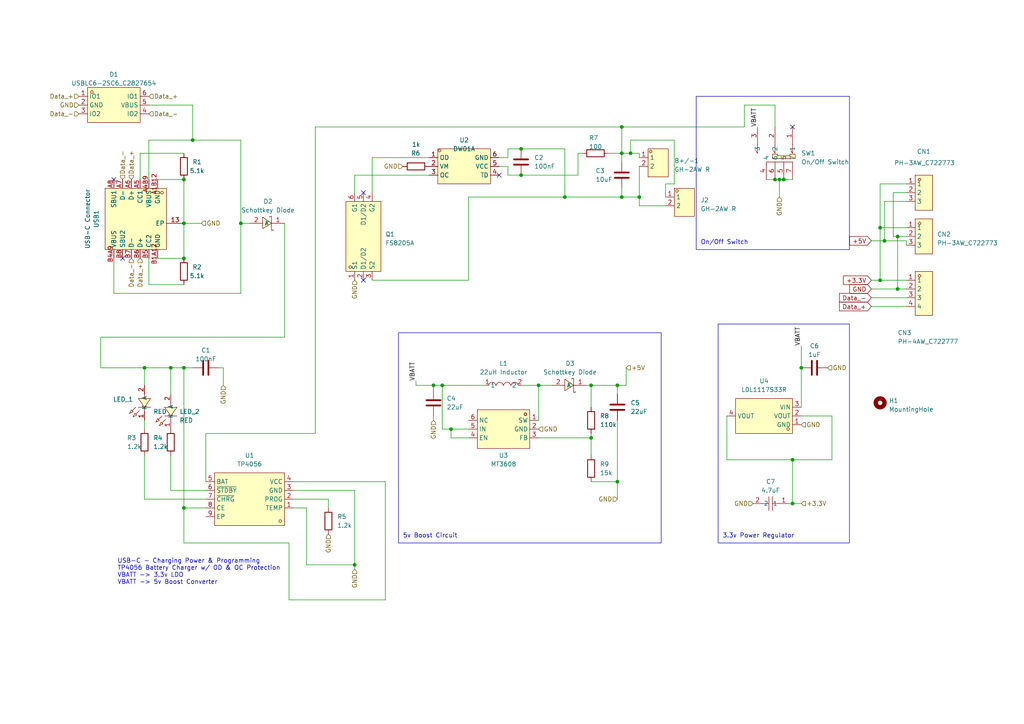
<source format=kicad_sch>
(kicad_sch
	(version 20231120)
	(generator "eeschema")
	(generator_version "8.0")
	(uuid "df0bc267-025e-4c4e-a09b-51ff87d0c1db")
	(paper "A4")
	(lib_symbols
		(symbol "Device:C"
			(pin_numbers hide)
			(pin_names
				(offset 0.254)
			)
			(exclude_from_sim no)
			(in_bom yes)
			(on_board yes)
			(property "Reference" "C"
				(at 0.635 2.54 0)
				(effects
					(font
						(size 1.27 1.27)
					)
					(justify left)
				)
			)
			(property "Value" "C"
				(at 0.635 -2.54 0)
				(effects
					(font
						(size 1.27 1.27)
					)
					(justify left)
				)
			)
			(property "Footprint" ""
				(at 0.9652 -3.81 0)
				(effects
					(font
						(size 1.27 1.27)
					)
					(hide yes)
				)
			)
			(property "Datasheet" "~"
				(at 0 0 0)
				(effects
					(font
						(size 1.27 1.27)
					)
					(hide yes)
				)
			)
			(property "Description" "Unpolarized capacitor"
				(at 0 0 0)
				(effects
					(font
						(size 1.27 1.27)
					)
					(hide yes)
				)
			)
			(property "ki_keywords" "cap capacitor"
				(at 0 0 0)
				(effects
					(font
						(size 1.27 1.27)
					)
					(hide yes)
				)
			)
			(property "ki_fp_filters" "C_*"
				(at 0 0 0)
				(effects
					(font
						(size 1.27 1.27)
					)
					(hide yes)
				)
			)
			(symbol "C_0_1"
				(polyline
					(pts
						(xy -2.032 -0.762) (xy 2.032 -0.762)
					)
					(stroke
						(width 0.508)
						(type default)
					)
					(fill
						(type none)
					)
				)
				(polyline
					(pts
						(xy -2.032 0.762) (xy 2.032 0.762)
					)
					(stroke
						(width 0.508)
						(type default)
					)
					(fill
						(type none)
					)
				)
			)
			(symbol "C_1_1"
				(pin passive line
					(at 0 3.81 270)
					(length 2.794)
					(name "~"
						(effects
							(font
								(size 1.27 1.27)
							)
						)
					)
					(number "1"
						(effects
							(font
								(size 1.27 1.27)
							)
						)
					)
				)
				(pin passive line
					(at 0 -3.81 90)
					(length 2.794)
					(name "~"
						(effects
							(font
								(size 1.27 1.27)
							)
						)
					)
					(number "2"
						(effects
							(font
								(size 1.27 1.27)
							)
						)
					)
				)
			)
		)
		(symbol "Device:R"
			(pin_numbers hide)
			(pin_names
				(offset 0)
			)
			(exclude_from_sim no)
			(in_bom yes)
			(on_board yes)
			(property "Reference" "R"
				(at 2.032 0 90)
				(effects
					(font
						(size 1.27 1.27)
					)
				)
			)
			(property "Value" "R"
				(at 0 0 90)
				(effects
					(font
						(size 1.27 1.27)
					)
				)
			)
			(property "Footprint" ""
				(at -1.778 0 90)
				(effects
					(font
						(size 1.27 1.27)
					)
					(hide yes)
				)
			)
			(property "Datasheet" "~"
				(at 0 0 0)
				(effects
					(font
						(size 1.27 1.27)
					)
					(hide yes)
				)
			)
			(property "Description" "Resistor"
				(at 0 0 0)
				(effects
					(font
						(size 1.27 1.27)
					)
					(hide yes)
				)
			)
			(property "ki_keywords" "R res resistor"
				(at 0 0 0)
				(effects
					(font
						(size 1.27 1.27)
					)
					(hide yes)
				)
			)
			(property "ki_fp_filters" "R_*"
				(at 0 0 0)
				(effects
					(font
						(size 1.27 1.27)
					)
					(hide yes)
				)
			)
			(symbol "R_0_1"
				(rectangle
					(start -1.016 -2.54)
					(end 1.016 2.54)
					(stroke
						(width 0.254)
						(type default)
					)
					(fill
						(type none)
					)
				)
			)
			(symbol "R_1_1"
				(pin passive line
					(at 0 3.81 270)
					(length 1.27)
					(name "~"
						(effects
							(font
								(size 1.27 1.27)
							)
						)
					)
					(number "1"
						(effects
							(font
								(size 1.27 1.27)
							)
						)
					)
				)
				(pin passive line
					(at 0 -3.81 90)
					(length 1.27)
					(name "~"
						(effects
							(font
								(size 1.27 1.27)
							)
						)
					)
					(number "2"
						(effects
							(font
								(size 1.27 1.27)
							)
						)
					)
				)
			)
		)
		(symbol "Mechanical:MountingHole"
			(pin_names
				(offset 1.016)
			)
			(exclude_from_sim no)
			(in_bom yes)
			(on_board yes)
			(property "Reference" "H"
				(at 0 5.08 0)
				(effects
					(font
						(size 1.27 1.27)
					)
				)
			)
			(property "Value" "MountingHole"
				(at 0 3.175 0)
				(effects
					(font
						(size 1.27 1.27)
					)
				)
			)
			(property "Footprint" ""
				(at 0 0 0)
				(effects
					(font
						(size 1.27 1.27)
					)
					(hide yes)
				)
			)
			(property "Datasheet" "~"
				(at 0 0 0)
				(effects
					(font
						(size 1.27 1.27)
					)
					(hide yes)
				)
			)
			(property "Description" "Mounting Hole without connection"
				(at 0 0 0)
				(effects
					(font
						(size 1.27 1.27)
					)
					(hide yes)
				)
			)
			(property "ki_keywords" "mounting hole"
				(at 0 0 0)
				(effects
					(font
						(size 1.27 1.27)
					)
					(hide yes)
				)
			)
			(property "ki_fp_filters" "MountingHole*"
				(at 0 0 0)
				(effects
					(font
						(size 1.27 1.27)
					)
					(hide yes)
				)
			)
			(symbol "MountingHole_0_1"
				(circle
					(center 0 0)
					(radius 1.27)
					(stroke
						(width 1.27)
						(type default)
					)
					(fill
						(type none)
					)
				)
			)
		)
		(symbol "global:0805X475K160NT_C274245"
			(exclude_from_sim no)
			(in_bom yes)
			(on_board yes)
			(property "Reference" "C"
				(at 0 5.08 0)
				(effects
					(font
						(size 1.27 1.27)
					)
				)
			)
			(property "Value" "0805X475K160NT_C274245"
				(at 0 -5.08 0)
				(effects
					(font
						(size 1.27 1.27)
					)
				)
			)
			(property "Footprint" "global:C0805"
				(at 0 -7.62 0)
				(effects
					(font
						(size 1.27 1.27)
					)
					(hide yes)
				)
			)
			(property "Datasheet" ""
				(at 0 0 0)
				(effects
					(font
						(size 1.27 1.27)
					)
					(hide yes)
				)
			)
			(property "Description" ""
				(at 0 0 0)
				(effects
					(font
						(size 1.27 1.27)
					)
					(hide yes)
				)
			)
			(property "LCSC Part" "C274245"
				(at 0 -10.16 0)
				(effects
					(font
						(size 1.27 1.27)
					)
					(hide yes)
				)
			)
			(symbol "0805X475K160NT_C274245_0_1"
				(polyline
					(pts
						(xy -0.51 -2.03) (xy -0.51 2.03)
					)
					(stroke
						(width 0)
						(type default)
					)
					(fill
						(type none)
					)
				)
				(polyline
					(pts
						(xy -0.51 0) (xy -2.54 0)
					)
					(stroke
						(width 0)
						(type default)
					)
					(fill
						(type none)
					)
				)
				(polyline
					(pts
						(xy 0.51 2.03) (xy 0.51 -2.03)
					)
					(stroke
						(width 0)
						(type default)
					)
					(fill
						(type none)
					)
				)
				(polyline
					(pts
						(xy 2.54 0) (xy 0.51 0)
					)
					(stroke
						(width 0)
						(type default)
					)
					(fill
						(type none)
					)
				)
				(pin unspecified line
					(at -5.08 0 0)
					(length 2.54)
					(name "1"
						(effects
							(font
								(size 1.27 1.27)
							)
						)
					)
					(number "1"
						(effects
							(font
								(size 1.27 1.27)
							)
						)
					)
				)
				(pin unspecified line
					(at 5.08 0 180)
					(length 2.54)
					(name "2"
						(effects
							(font
								(size 1.27 1.27)
							)
						)
					)
					(number "2"
						(effects
							(font
								(size 1.27 1.27)
							)
						)
					)
				)
			)
		)
		(symbol "global:DW01A_C351410"
			(exclude_from_sim no)
			(in_bom yes)
			(on_board yes)
			(property "Reference" "U"
				(at 0 7.62 0)
				(effects
					(font
						(size 1.27 1.27)
					)
				)
			)
			(property "Value" "DW01A_C351410"
				(at 0 -7.62 0)
				(effects
					(font
						(size 1.27 1.27)
					)
				)
			)
			(property "Footprint" "global:SOT-23-6_L2.9-W1.6-P0.95-LS2.8-BL"
				(at 0 -10.16 0)
				(effects
					(font
						(size 1.27 1.27)
					)
					(hide yes)
				)
			)
			(property "Datasheet" "https://lcsc.com/product-detail/Others_PUOLOP-DW01_C351410.html"
				(at 0 -12.7 0)
				(effects
					(font
						(size 1.27 1.27)
					)
					(hide yes)
				)
			)
			(property "Description" ""
				(at 0 0 0)
				(effects
					(font
						(size 1.27 1.27)
					)
					(hide yes)
				)
			)
			(property "LCSC Part" "C351410"
				(at 0 -15.24 0)
				(effects
					(font
						(size 1.27 1.27)
					)
					(hide yes)
				)
			)
			(symbol "DW01A_C351410_0_1"
				(rectangle
					(start -7.62 5.08)
					(end 7.62 -5.08)
					(stroke
						(width 0)
						(type default)
					)
					(fill
						(type background)
					)
				)
				(circle
					(center -7.11 4.57)
					(radius 0.38)
					(stroke
						(width 0)
						(type default)
					)
					(fill
						(type none)
					)
				)
				(pin unspecified line
					(at -10.16 2.54 0)
					(length 2.54)
					(name "OD"
						(effects
							(font
								(size 1.27 1.27)
							)
						)
					)
					(number "1"
						(effects
							(font
								(size 1.27 1.27)
							)
						)
					)
				)
				(pin unspecified line
					(at -10.16 0 0)
					(length 2.54)
					(name "VM"
						(effects
							(font
								(size 1.27 1.27)
							)
						)
					)
					(number "2"
						(effects
							(font
								(size 1.27 1.27)
							)
						)
					)
				)
				(pin unspecified line
					(at -10.16 -2.54 0)
					(length 2.54)
					(name "OC"
						(effects
							(font
								(size 1.27 1.27)
							)
						)
					)
					(number "3"
						(effects
							(font
								(size 1.27 1.27)
							)
						)
					)
				)
				(pin unspecified line
					(at 10.16 -2.54 180)
					(length 2.54)
					(name "TD"
						(effects
							(font
								(size 1.27 1.27)
							)
						)
					)
					(number "4"
						(effects
							(font
								(size 1.27 1.27)
							)
						)
					)
				)
				(pin unspecified line
					(at 10.16 0 180)
					(length 2.54)
					(name "VCC"
						(effects
							(font
								(size 1.27 1.27)
							)
						)
					)
					(number "5"
						(effects
							(font
								(size 1.27 1.27)
							)
						)
					)
				)
				(pin unspecified line
					(at 10.16 2.54 180)
					(length 2.54)
					(name "GND"
						(effects
							(font
								(size 1.27 1.27)
							)
						)
					)
					(number "6"
						(effects
							(font
								(size 1.27 1.27)
							)
						)
					)
				)
			)
		)
		(symbol "global:FS8205A_C908265"
			(exclude_from_sim no)
			(in_bom yes)
			(on_board yes)
			(property "Reference" "Q"
				(at 0 7.62 0)
				(effects
					(font
						(size 1.27 1.27)
					)
				)
			)
			(property "Value" "FS8205A_C908265"
				(at 0 -7.62 0)
				(effects
					(font
						(size 1.27 1.27)
					)
				)
			)
			(property "Footprint" "global:SOT-23-6_L2.9-W1.6-P0.95-LS2.8-BR"
				(at 0 -10.16 0)
				(effects
					(font
						(size 1.27 1.27)
					)
					(hide yes)
				)
			)
			(property "Datasheet" "https://lcsc.com/product-detail/MOSFET_FUXINSEMI-FS8205A_C908265.html"
				(at 0 -12.7 0)
				(effects
					(font
						(size 1.27 1.27)
					)
					(hide yes)
				)
			)
			(property "Description" ""
				(at 0 0 0)
				(effects
					(font
						(size 1.27 1.27)
					)
					(hide yes)
				)
			)
			(property "LCSC Part" "C908265"
				(at 0 -15.24 0)
				(effects
					(font
						(size 1.27 1.27)
					)
					(hide yes)
				)
			)
			(symbol "FS8205A_C908265_0_1"
				(rectangle
					(start -10.16 5.08)
					(end 10.16 -5.08)
					(stroke
						(width 0)
						(type default)
					)
					(fill
						(type background)
					)
				)
				(circle
					(center -8.89 3.81)
					(radius 0.38)
					(stroke
						(width 0)
						(type default)
					)
					(fill
						(type none)
					)
				)
				(pin unspecified line
					(at -12.7 2.54 0)
					(length 2.54)
					(name "S1"
						(effects
							(font
								(size 1.27 1.27)
							)
						)
					)
					(number "1"
						(effects
							(font
								(size 1.27 1.27)
							)
						)
					)
				)
				(pin unspecified line
					(at -12.7 0 0)
					(length 2.54)
					(name "D1/D2"
						(effects
							(font
								(size 1.27 1.27)
							)
						)
					)
					(number "2"
						(effects
							(font
								(size 1.27 1.27)
							)
						)
					)
				)
				(pin unspecified line
					(at -12.7 -2.54 0)
					(length 2.54)
					(name "S2"
						(effects
							(font
								(size 1.27 1.27)
							)
						)
					)
					(number "3"
						(effects
							(font
								(size 1.27 1.27)
							)
						)
					)
				)
				(pin unspecified line
					(at 12.7 -2.54 180)
					(length 2.54)
					(name "G2"
						(effects
							(font
								(size 1.27 1.27)
							)
						)
					)
					(number "4"
						(effects
							(font
								(size 1.27 1.27)
							)
						)
					)
				)
				(pin unspecified line
					(at 12.7 0 180)
					(length 2.54)
					(name "D1/D2"
						(effects
							(font
								(size 1.27 1.27)
							)
						)
					)
					(number "5"
						(effects
							(font
								(size 1.27 1.27)
							)
						)
					)
				)
				(pin unspecified line
					(at 12.7 2.54 180)
					(length 2.54)
					(name "G1"
						(effects
							(font
								(size 1.27 1.27)
							)
						)
					)
					(number "6"
						(effects
							(font
								(size 1.27 1.27)
							)
						)
					)
				)
			)
		)
		(symbol "global:LDL1117S33R"
			(exclude_from_sim no)
			(in_bom yes)
			(on_board yes)
			(property "Reference" "U"
				(at 0 7.62 0)
				(effects
					(font
						(size 1.27 1.27)
					)
				)
			)
			(property "Value" "LDL1117S33R"
				(at 0 -7.62 0)
				(effects
					(font
						(size 1.27 1.27)
					)
				)
			)
			(property "Footprint" "global:SOT-223-4_L6.5-W3.5-P2.30-LS7.0-BR"
				(at 0 -10.16 0)
				(effects
					(font
						(size 1.27 1.27)
					)
					(hide yes)
				)
			)
			(property "Datasheet" "https://lcsc.com/product-detail/Low-Dropout-Regulators-LDO_STMicroelectronics-LDL1117S33R_C435835.html"
				(at 0 -12.7 0)
				(effects
					(font
						(size 1.27 1.27)
					)
					(hide yes)
				)
			)
			(property "Description" ""
				(at 0 0 0)
				(effects
					(font
						(size 1.27 1.27)
					)
					(hide yes)
				)
			)
			(property "LCSC Part" "C435835"
				(at 0 -15.24 0)
				(effects
					(font
						(size 1.27 1.27)
					)
					(hide yes)
				)
			)
			(symbol "LDL1117S33R_0_1"
				(rectangle
					(start -8.89 5.08)
					(end 7.62 -5.08)
					(stroke
						(width 0)
						(type default)
					)
					(fill
						(type background)
					)
				)
				(circle
					(center -7.62 3.81)
					(radius 0.38)
					(stroke
						(width 0)
						(type default)
					)
					(fill
						(type none)
					)
				)
				(pin unspecified line
					(at -11.43 2.54 0)
					(length 2.54)
					(name "GND"
						(effects
							(font
								(size 1.27 1.27)
							)
						)
					)
					(number "1"
						(effects
							(font
								(size 1.27 1.27)
							)
						)
					)
				)
				(pin unspecified line
					(at -11.43 0 0)
					(length 2.54)
					(name "VOUT"
						(effects
							(font
								(size 1.27 1.27)
							)
						)
					)
					(number "2"
						(effects
							(font
								(size 1.27 1.27)
							)
						)
					)
				)
				(pin unspecified line
					(at -11.43 -2.54 0)
					(length 2.54)
					(name "VIN"
						(effects
							(font
								(size 1.27 1.27)
							)
						)
					)
					(number "3"
						(effects
							(font
								(size 1.27 1.27)
							)
						)
					)
				)
				(pin unspecified line
					(at 10.16 0 180)
					(length 2.54)
					(name "VOUT"
						(effects
							(font
								(size 1.27 1.27)
							)
						)
					)
					(number "4"
						(effects
							(font
								(size 1.27 1.27)
							)
						)
					)
				)
			)
		)
		(symbol "global:MT3608"
			(exclude_from_sim no)
			(in_bom yes)
			(on_board yes)
			(property "Reference" "U"
				(at 0 7.62 0)
				(effects
					(font
						(size 1.27 1.27)
					)
				)
			)
			(property "Value" "MT3608"
				(at 0 -7.62 0)
				(effects
					(font
						(size 1.27 1.27)
					)
				)
			)
			(property "Footprint" "global:SOT-23-6_L2.9-W1.6-P0.95-LS2.8-BL"
				(at 0 -10.16 0)
				(effects
					(font
						(size 1.27 1.27)
					)
					(hide yes)
				)
			)
			(property "Datasheet" "https://lcsc.com/product-detail/DC-DC-Converters_MT3608_C84817.html"
				(at 0 -12.7 0)
				(effects
					(font
						(size 1.27 1.27)
					)
					(hide yes)
				)
			)
			(property "Description" ""
				(at 0 0 0)
				(effects
					(font
						(size 1.27 1.27)
					)
					(hide yes)
				)
			)
			(property "LCSC Part" "C84817"
				(at 0 -15.24 0)
				(effects
					(font
						(size 1.27 1.27)
					)
					(hide yes)
				)
			)
			(symbol "MT3608_0_1"
				(rectangle
					(start -7.62 5.59)
					(end 7.62 -5.59)
					(stroke
						(width 0)
						(type default)
					)
					(fill
						(type background)
					)
				)
				(circle
					(center -6.35 4.32)
					(radius 0.38)
					(stroke
						(width 0)
						(type default)
					)
					(fill
						(type none)
					)
				)
				(circle
					(center -6.35 4.32)
					(radius 0.38)
					(stroke
						(width 0)
						(type default)
					)
					(fill
						(type none)
					)
				)
				(pin unspecified line
					(at -10.16 2.54 0)
					(length 2.54)
					(name "SW"
						(effects
							(font
								(size 1.27 1.27)
							)
						)
					)
					(number "1"
						(effects
							(font
								(size 1.27 1.27)
							)
						)
					)
				)
				(pin unspecified line
					(at -10.16 0 0)
					(length 2.54)
					(name "GND"
						(effects
							(font
								(size 1.27 1.27)
							)
						)
					)
					(number "2"
						(effects
							(font
								(size 1.27 1.27)
							)
						)
					)
				)
				(pin unspecified line
					(at -10.16 -2.54 0)
					(length 2.54)
					(name "FB"
						(effects
							(font
								(size 1.27 1.27)
							)
						)
					)
					(number "3"
						(effects
							(font
								(size 1.27 1.27)
							)
						)
					)
				)
				(pin unspecified line
					(at 10.16 -2.54 180)
					(length 2.54)
					(name "EN"
						(effects
							(font
								(size 1.27 1.27)
							)
						)
					)
					(number "4"
						(effects
							(font
								(size 1.27 1.27)
							)
						)
					)
				)
				(pin unspecified line
					(at 10.16 0 180)
					(length 2.54)
					(name "IN"
						(effects
							(font
								(size 1.27 1.27)
							)
						)
					)
					(number "5"
						(effects
							(font
								(size 1.27 1.27)
							)
						)
					)
				)
				(pin unspecified line
					(at 10.16 2.54 180)
					(length 2.54)
					(name "NC"
						(effects
							(font
								(size 1.27 1.27)
							)
						)
					)
					(number "6"
						(effects
							(font
								(size 1.27 1.27)
							)
						)
					)
				)
			)
		)
		(symbol "global:PH-2AWRHOS"
			(exclude_from_sim no)
			(in_bom yes)
			(on_board yes)
			(property "Reference" "P"
				(at 0 6.35 0)
				(effects
					(font
						(size 1.27 1.27)
					)
				)
			)
			(property "Value" "PH-2AW RHOS"
				(at 0 -6.35 0)
				(effects
					(font
						(size 1.27 1.27)
					)
				)
			)
			(property "Footprint" "global:CONN-TH_2P-P2.00_PH-2AW"
				(at 0 -8.89 0)
				(effects
					(font
						(size 1.27 1.27)
					)
					(hide yes)
				)
			)
			(property "Datasheet" "https://lcsc.com/product-detail/PH-Connectors_PH-2AW_C16965.html"
				(at 0 -11.43 0)
				(effects
					(font
						(size 1.27 1.27)
					)
					(hide yes)
				)
			)
			(property "Description" ""
				(at 0 0 0)
				(effects
					(font
						(size 1.27 1.27)
					)
					(hide yes)
				)
			)
			(property "LCSC Part" "C16965"
				(at 0 -13.97 0)
				(effects
					(font
						(size 1.27 1.27)
					)
					(hide yes)
				)
			)
			(symbol "PH-2AWRHOS_0_1"
				(rectangle
					(start -1.27 3.81)
					(end 4.57 -4.32)
					(stroke
						(width 0)
						(type default)
					)
					(fill
						(type background)
					)
				)
				(circle
					(center -0.51 3.05)
					(radius 0.38)
					(stroke
						(width 0)
						(type default)
					)
					(fill
						(type none)
					)
				)
				(pin unspecified line
					(at -3.81 1.27 0)
					(length 2.54)
					(name "1"
						(effects
							(font
								(size 1.27 1.27)
							)
						)
					)
					(number "1"
						(effects
							(font
								(size 1.27 1.27)
							)
						)
					)
				)
				(pin unspecified line
					(at -3.81 -1.27 0)
					(length 2.54)
					(name "2"
						(effects
							(font
								(size 1.27 1.27)
							)
						)
					)
					(number "2"
						(effects
							(font
								(size 1.27 1.27)
							)
						)
					)
				)
			)
		)
		(symbol "global:PH-3AW_C722773"
			(exclude_from_sim no)
			(in_bom yes)
			(on_board yes)
			(property "Reference" "CN"
				(at 0 7.62 0)
				(effects
					(font
						(size 1.27 1.27)
					)
				)
			)
			(property "Value" "PH-3AW_C722773"
				(at 0 -7.62 0)
				(effects
					(font
						(size 1.27 1.27)
					)
				)
			)
			(property "Footprint" "global:CONN-TH_PH-3AW"
				(at 0 -10.16 0)
				(effects
					(font
						(size 1.27 1.27)
					)
					(hide yes)
				)
			)
			(property "Datasheet" "https://lcsc.com/product-detail/Wire-To-Board-Wire-To-Wire-Connector_CAX-PH-3AW_C722773.html"
				(at 0 -12.7 0)
				(effects
					(font
						(size 1.27 1.27)
					)
					(hide yes)
				)
			)
			(property "Description" ""
				(at 0 0 0)
				(effects
					(font
						(size 1.27 1.27)
					)
					(hide yes)
				)
			)
			(property "LCSC Part" "C722773"
				(at 0 -15.24 0)
				(effects
					(font
						(size 1.27 1.27)
					)
					(hide yes)
				)
			)
			(symbol "PH-3AW_C722773_0_1"
				(rectangle
					(start -2.54 5.08)
					(end 2.54 -5.08)
					(stroke
						(width 0)
						(type default)
					)
					(fill
						(type background)
					)
				)
				(circle
					(center -1.27 3.81)
					(radius 0.38)
					(stroke
						(width 0)
						(type default)
					)
					(fill
						(type none)
					)
				)
				(pin unspecified line
					(at -5.08 2.54 0)
					(length 2.54)
					(name "1"
						(effects
							(font
								(size 1.27 1.27)
							)
						)
					)
					(number "1"
						(effects
							(font
								(size 1.27 1.27)
							)
						)
					)
				)
				(pin unspecified line
					(at -5.08 0 0)
					(length 2.54)
					(name "2"
						(effects
							(font
								(size 1.27 1.27)
							)
						)
					)
					(number "2"
						(effects
							(font
								(size 1.27 1.27)
							)
						)
					)
				)
				(pin unspecified line
					(at -5.08 -2.54 0)
					(length 2.54)
					(name "3"
						(effects
							(font
								(size 1.27 1.27)
							)
						)
					)
					(number "3"
						(effects
							(font
								(size 1.27 1.27)
							)
						)
					)
				)
			)
		)
		(symbol "global:PH-4AW_C722777"
			(exclude_from_sim no)
			(in_bom yes)
			(on_board yes)
			(property "Reference" "CN"
				(at 0 8.89 0)
				(effects
					(font
						(size 1.27 1.27)
					)
				)
			)
			(property "Value" "PH-4AW_C722777"
				(at 0 -8.89 0)
				(effects
					(font
						(size 1.27 1.27)
					)
				)
			)
			(property "Footprint" "global:CONN-TH_PH-4AW_C722777"
				(at 0 -11.43 0)
				(effects
					(font
						(size 1.27 1.27)
					)
					(hide yes)
				)
			)
			(property "Datasheet" "https://lcsc.com/product-detail/Wire-To-Board-Wire-To-Wire-Connector_CAX-PH-4AW_C722777.html"
				(at 0 -13.97 0)
				(effects
					(font
						(size 1.27 1.27)
					)
					(hide yes)
				)
			)
			(property "Description" ""
				(at 0 0 0)
				(effects
					(font
						(size 1.27 1.27)
					)
					(hide yes)
				)
			)
			(property "LCSC Part" "C722777"
				(at 0 -16.51 0)
				(effects
					(font
						(size 1.27 1.27)
					)
					(hide yes)
				)
			)
			(symbol "PH-4AW_C722777_0_1"
				(rectangle
					(start -2.54 6.35)
					(end 2.54 -6.35)
					(stroke
						(width 0)
						(type default)
					)
					(fill
						(type background)
					)
				)
				(circle
					(center -1.27 5.08)
					(radius 0.38)
					(stroke
						(width 0)
						(type default)
					)
					(fill
						(type none)
					)
				)
				(pin unspecified line
					(at -5.08 3.81 0)
					(length 2.54)
					(name "1"
						(effects
							(font
								(size 1.27 1.27)
							)
						)
					)
					(number "1"
						(effects
							(font
								(size 1.27 1.27)
							)
						)
					)
				)
				(pin unspecified line
					(at -5.08 1.27 0)
					(length 2.54)
					(name "2"
						(effects
							(font
								(size 1.27 1.27)
							)
						)
					)
					(number "2"
						(effects
							(font
								(size 1.27 1.27)
							)
						)
					)
				)
				(pin unspecified line
					(at -5.08 -1.27 0)
					(length 2.54)
					(name "3"
						(effects
							(font
								(size 1.27 1.27)
							)
						)
					)
					(number "3"
						(effects
							(font
								(size 1.27 1.27)
							)
						)
					)
				)
				(pin unspecified line
					(at -5.08 -3.81 0)
					(length 2.54)
					(name "4"
						(effects
							(font
								(size 1.27 1.27)
							)
						)
					)
					(number "4"
						(effects
							(font
								(size 1.27 1.27)
							)
						)
					)
				)
			)
		)
		(symbol "global:SMRH74-220MT"
			(exclude_from_sim no)
			(in_bom yes)
			(on_board yes)
			(property "Reference" "L"
				(at 0 5.08 0)
				(effects
					(font
						(size 1.27 1.27)
					)
				)
			)
			(property "Value" "SMRH74-220MT"
				(at 0 -5.08 0)
				(effects
					(font
						(size 1.27 1.27)
					)
				)
			)
			(property "Footprint" "global:IND-SMD_L7.0-W6.8"
				(at 0 -7.62 0)
				(effects
					(font
						(size 1.27 1.27)
					)
					(hide yes)
				)
			)
			(property "Datasheet" "https://lcsc.com/product-detail/Power-Inductors_22uH_C27442.html"
				(at 0 -10.16 0)
				(effects
					(font
						(size 1.27 1.27)
					)
					(hide yes)
				)
			)
			(property "Description" ""
				(at 0 0 0)
				(effects
					(font
						(size 1.27 1.27)
					)
					(hide yes)
				)
			)
			(property "LCSC Part" "C27442"
				(at 0 -12.7 0)
				(effects
					(font
						(size 1.27 1.27)
					)
					(hide yes)
				)
			)
			(symbol "SMRH74-220MT_0_1"
				(arc
					(start -2.27 -0.02)
					(mid -3.28 0.897)
					(end -4.29 -0.02)
					(stroke
						(width 0)
						(type default)
					)
					(fill
						(type none)
					)
				)
				(arc
					(start -0.11 -0.02)
					(mid -1.12 0.897)
					(end -2.13 -0.02)
					(stroke
						(width 0)
						(type default)
					)
					(fill
						(type none)
					)
				)
				(arc
					(start 2.04 -0.02)
					(mid 1.03 0.897)
					(end 0.02 -0.02)
					(stroke
						(width 0)
						(type default)
					)
					(fill
						(type none)
					)
				)
				(arc
					(start 4.23 -0.02)
					(mid 3.22 0.9048)
					(end 2.21 -0.02)
					(stroke
						(width 0)
						(type default)
					)
					(fill
						(type none)
					)
				)
				(pin unspecified line
					(at -5.08 0 0)
					(length 0.762)
					(name "1"
						(effects
							(font
								(size 1.27 1.27)
							)
						)
					)
					(number "1"
						(effects
							(font
								(size 1.27 1.27)
							)
						)
					)
				)
				(pin unspecified line
					(at 5.08 0 180)
					(length 0.762)
					(name "2"
						(effects
							(font
								(size 1.27 1.27)
							)
						)
					)
					(number "2"
						(effects
							(font
								(size 1.27 1.27)
							)
						)
					)
				)
			)
		)
		(symbol "global:SS-1290"
			(exclude_from_sim no)
			(in_bom yes)
			(on_board yes)
			(property "Reference" "SW"
				(at 0 12.7 0)
				(effects
					(font
						(size 1.27 1.27)
					)
				)
			)
			(property "Value" "SS-1290"
				(at 0 -12.7 0)
				(effects
					(font
						(size 1.27 1.27)
					)
				)
			)
			(property "Footprint" "global:SW-SMD_SS-1290"
				(at 0 -15.24 0)
				(effects
					(font
						(size 1.27 1.27)
					)
					(hide yes)
				)
			)
			(property "Datasheet" "https://lcsc.com/product-detail/Toggle-Switches_RI-SHENG-SS-1290_C589295.html"
				(at 0 -17.78 0)
				(effects
					(font
						(size 1.27 1.27)
					)
					(hide yes)
				)
			)
			(property "Description" ""
				(at 0 0 0)
				(effects
					(font
						(size 1.27 1.27)
					)
					(hide yes)
				)
			)
			(property "LCSC Part" "C589295"
				(at 0 -20.32 0)
				(effects
					(font
						(size 1.27 1.27)
					)
					(hide yes)
				)
			)
			(symbol "SS-1290_0_1"
				(polyline
					(pts
						(xy -2.54 -2.54) (xy -2.54 0)
					)
					(stroke
						(width 0)
						(type default)
					)
					(fill
						(type none)
					)
				)
				(polyline
					(pts
						(xy -2.54 0) (xy -2.03 -0.76)
					)
					(stroke
						(width 0)
						(type default)
					)
					(fill
						(type none)
					)
				)
				(polyline
					(pts
						(xy 2.54 -2.54) (xy 2.54 0)
					)
					(stroke
						(width 0)
						(type default)
					)
					(fill
						(type none)
					)
				)
				(polyline
					(pts
						(xy 2.54 0) (xy 3.05 -0.76)
					)
					(stroke
						(width 0)
						(type default)
					)
					(fill
						(type none)
					)
				)
				(polyline
					(pts
						(xy 7.62 -2.54) (xy 7.62 0)
					)
					(stroke
						(width 0)
						(type default)
					)
					(fill
						(type none)
					)
				)
				(polyline
					(pts
						(xy 7.62 0) (xy 8.13 -0.76)
					)
					(stroke
						(width 0)
						(type default)
					)
					(fill
						(type none)
					)
				)
				(polyline
					(pts
						(xy -2.54 2.54) (xy 5.08 2.54) (xy 5.08 2.54) (xy 5.08 3.81)
					)
					(stroke
						(width 0)
						(type default)
					)
					(fill
						(type none)
					)
				)
				(polyline
					(pts
						(xy 3.3 0.25) (xy 1.78 0.25) (xy 1.78 0.76) (xy -1.78 0.76) (xy -1.78 0.25) (xy -3.3 0.25) (xy -3.3 1.52)
						(xy 3.3 1.52) (xy 3.3 0.25) (xy 3.3 0.25)
					)
					(stroke
						(width 0)
						(type default)
					)
					(fill
						(type background)
					)
				)
				(pin unspecified line
					(at -2.54 -7.62 90)
					(length 5.08)
					(name "1"
						(effects
							(font
								(size 1.27 1.27)
							)
						)
					)
					(number "1"
						(effects
							(font
								(size 1.27 1.27)
							)
						)
					)
				)
				(pin unspecified line
					(at 2.54 -7.62 90)
					(length 5.08)
					(name "2"
						(effects
							(font
								(size 1.27 1.27)
							)
						)
					)
					(number "2"
						(effects
							(font
								(size 1.27 1.27)
							)
						)
					)
				)
				(pin unspecified line
					(at 7.62 -7.62 90)
					(length 5.08)
					(name "3"
						(effects
							(font
								(size 1.27 1.27)
							)
						)
					)
					(number "3"
						(effects
							(font
								(size 1.27 1.27)
							)
						)
					)
				)
				(pin unspecified line
					(at 5.08 7.62 270)
					(length 5.08)
					(name "4"
						(effects
							(font
								(size 1.27 1.27)
							)
						)
					)
					(number "4"
						(effects
							(font
								(size 1.27 1.27)
							)
						)
					)
				)
				(pin unspecified line
					(at 0 7.62 270)
					(length 5.08)
					(name "5"
						(effects
							(font
								(size 1.27 1.27)
							)
						)
					)
					(number "5"
						(effects
							(font
								(size 1.27 1.27)
							)
						)
					)
				)
				(pin unspecified line
					(at 2.54 7.62 270)
					(length 5.08)
					(name "6"
						(effects
							(font
								(size 1.27 1.27)
							)
						)
					)
					(number "6"
						(effects
							(font
								(size 1.27 1.27)
							)
						)
					)
				)
				(pin unspecified line
					(at -2.54 7.62 270)
					(length 5.08)
					(name "7"
						(effects
							(font
								(size 1.27 1.27)
							)
						)
					)
					(number "7"
						(effects
							(font
								(size 1.27 1.27)
							)
						)
					)
				)
			)
		)
		(symbol "global:SS34_C8678"
			(exclude_from_sim no)
			(in_bom yes)
			(on_board yes)
			(property "Reference" "D"
				(at 0 5.08 0)
				(effects
					(font
						(size 1.27 1.27)
					)
				)
			)
			(property "Value" "SS34_C8678"
				(at 0 -5.08 0)
				(effects
					(font
						(size 1.27 1.27)
					)
				)
			)
			(property "Footprint" "global:SMA_L4.3-W2.6-LS5.2-RD"
				(at 0 -7.62 0)
				(effects
					(font
						(size 1.27 1.27)
					)
					(hide yes)
				)
			)
			(property "Datasheet" "https://lcsc.com/product-detail/Schottky-Barrier-Diodes-SBD_SS34_C8678.html"
				(at 0 -10.16 0)
				(effects
					(font
						(size 1.27 1.27)
					)
					(hide yes)
				)
			)
			(property "Description" ""
				(at 0 0 0)
				(effects
					(font
						(size 1.27 1.27)
					)
					(hide yes)
				)
			)
			(property "LCSC Part" "C8678"
				(at 0 -12.7 0)
				(effects
					(font
						(size 1.27 1.27)
					)
					(hide yes)
				)
			)
			(symbol "SS34_C8678_0_1"
				(polyline
					(pts
						(xy -1.27 0) (xy -1.27 -2.03) (xy -0.76 -2.03) (xy -0.76 -1.78)
					)
					(stroke
						(width 0)
						(type default)
					)
					(fill
						(type none)
					)
				)
				(polyline
					(pts
						(xy -1.27 0) (xy -1.27 2.03) (xy -1.78 2.03) (xy -1.78 1.78)
					)
					(stroke
						(width 0)
						(type default)
					)
					(fill
						(type none)
					)
				)
				(polyline
					(pts
						(xy 1.27 1.52) (xy -1.27 0) (xy 1.27 -1.78) (xy 1.27 1.52)
					)
					(stroke
						(width 0)
						(type default)
					)
					(fill
						(type background)
					)
				)
				(pin unspecified line
					(at -5.08 0 0)
					(length 3.81)
					(name "K"
						(effects
							(font
								(size 1.27 1.27)
							)
						)
					)
					(number "1"
						(effects
							(font
								(size 1.27 1.27)
							)
						)
					)
				)
				(pin unspecified line
					(at 5.08 0 180)
					(length 3.81)
					(name "A"
						(effects
							(font
								(size 1.27 1.27)
							)
						)
					)
					(number "2"
						(effects
							(font
								(size 1.27 1.27)
							)
						)
					)
				)
			)
		)
		(symbol "global:TP4056_C382139"
			(exclude_from_sim no)
			(in_bom yes)
			(on_board yes)
			(property "Reference" "U"
				(at 0 10.16 0)
				(effects
					(font
						(size 1.27 1.27)
					)
				)
			)
			(property "Value" "TP4056_C382139"
				(at 0 -10.16 0)
				(effects
					(font
						(size 1.27 1.27)
					)
				)
			)
			(property "Footprint" "global:ESOP-8_L4.9-W3.9-P1.27-LS6.0-BL-EP"
				(at 0 -12.7 0)
				(effects
					(font
						(size 1.27 1.27)
					)
					(hide yes)
				)
			)
			(property "Datasheet" "https://lcsc.com/product-detail/PMIC-Battery-Management_TPOWER-TP4056_C382139.html"
				(at 0 -15.24 0)
				(effects
					(font
						(size 1.27 1.27)
					)
					(hide yes)
				)
			)
			(property "Description" ""
				(at 0 0 0)
				(effects
					(font
						(size 1.27 1.27)
					)
					(hide yes)
				)
			)
			(property "LCSC Part" "C382139"
				(at 0 -17.78 0)
				(effects
					(font
						(size 1.27 1.27)
					)
					(hide yes)
				)
			)
			(symbol "TP4056_C382139_0_1"
				(rectangle
					(start -10.16 7.62)
					(end 10.16 -7.62)
					(stroke
						(width 0)
						(type default)
					)
					(fill
						(type background)
					)
				)
				(circle
					(center -8.89 6.35)
					(radius 0.38)
					(stroke
						(width 0)
						(type default)
					)
					(fill
						(type none)
					)
				)
				(pin unspecified line
					(at -12.7 2.54 0)
					(length 2.54)
					(name "TEMP"
						(effects
							(font
								(size 1.27 1.27)
							)
						)
					)
					(number "1"
						(effects
							(font
								(size 1.27 1.27)
							)
						)
					)
				)
				(pin unspecified line
					(at -12.7 0 0)
					(length 2.54)
					(name "PROG"
						(effects
							(font
								(size 1.27 1.27)
							)
						)
					)
					(number "2"
						(effects
							(font
								(size 1.27 1.27)
							)
						)
					)
				)
				(pin unspecified line
					(at -12.7 -2.54 0)
					(length 2.54)
					(name "GND"
						(effects
							(font
								(size 1.27 1.27)
							)
						)
					)
					(number "3"
						(effects
							(font
								(size 1.27 1.27)
							)
						)
					)
				)
				(pin unspecified line
					(at -12.7 -5.08 0)
					(length 2.54)
					(name "VCC"
						(effects
							(font
								(size 1.27 1.27)
							)
						)
					)
					(number "4"
						(effects
							(font
								(size 1.27 1.27)
							)
						)
					)
				)
				(pin unspecified line
					(at 12.7 -5.08 180)
					(length 2.54)
					(name "BAT"
						(effects
							(font
								(size 1.27 1.27)
							)
						)
					)
					(number "5"
						(effects
							(font
								(size 1.27 1.27)
							)
						)
					)
				)
				(pin unspecified line
					(at 12.7 -2.54 180)
					(length 2.54)
					(name "~{STDBY}"
						(effects
							(font
								(size 1.27 1.27)
							)
						)
					)
					(number "6"
						(effects
							(font
								(size 1.27 1.27)
							)
						)
					)
				)
				(pin unspecified line
					(at 12.7 0 180)
					(length 2.54)
					(name "~{CHRG}"
						(effects
							(font
								(size 1.27 1.27)
							)
						)
					)
					(number "7"
						(effects
							(font
								(size 1.27 1.27)
							)
						)
					)
				)
				(pin unspecified line
					(at 12.7 2.54 180)
					(length 2.54)
					(name "CE"
						(effects
							(font
								(size 1.27 1.27)
							)
						)
					)
					(number "8"
						(effects
							(font
								(size 1.27 1.27)
							)
						)
					)
				)
				(pin unspecified line
					(at 12.7 5.08 180)
					(length 2.54)
					(name "EP"
						(effects
							(font
								(size 1.27 1.27)
							)
						)
					)
					(number "9"
						(effects
							(font
								(size 1.27 1.27)
							)
						)
					)
				)
			)
		)
		(symbol "global:TYPEC-304-ACP16"
			(exclude_from_sim no)
			(in_bom yes)
			(on_board yes)
			(property "Reference" "USB"
				(at 0 17.78 0)
				(effects
					(font
						(size 1.27 1.27)
					)
				)
			)
			(property "Value" "TYPEC-304-ACP16"
				(at 0 -12.7 0)
				(effects
					(font
						(size 1.27 1.27)
					)
				)
			)
			(property "Footprint" "global:USB-C-SMD_TYPE-C-16P-1"
				(at 0 -15.24 0)
				(effects
					(font
						(size 1.27 1.27)
					)
					(hide yes)
				)
			)
			(property "Datasheet" ""
				(at 0 0 0)
				(effects
					(font
						(size 1.27 1.27)
					)
					(hide yes)
				)
			)
			(property "Description" ""
				(at 0 0 0)
				(effects
					(font
						(size 1.27 1.27)
					)
					(hide yes)
				)
			)
			(property "LCSC Part" "C2982555"
				(at 0 -17.78 0)
				(effects
					(font
						(size 1.27 1.27)
					)
					(hide yes)
				)
			)
			(symbol "TYPEC-304-ACP16_0_1"
				(rectangle
					(start -7.62 7.62)
					(end 10.16 -10.16)
					(stroke
						(width 0)
						(type default)
					)
					(fill
						(type background)
					)
				)
				(circle
					(center -6.35 6.35)
					(radius 0.38)
					(stroke
						(width 0)
						(type default)
					)
					(fill
						(type none)
					)
				)
				(pin unspecified line
					(at 2.54 12.7 270)
					(length 5.08)
					(name "EP"
						(effects
							(font
								(size 1.27 1.27)
							)
						)
					)
					(number "13"
						(effects
							(font
								(size 1.27 1.27)
							)
						)
					)
				)
				(pin unspecified line
					(at -10.16 5.08 0)
					(length 2.54)
					(name "GND"
						(effects
							(font
								(size 1.27 1.27)
							)
						)
					)
					(number "A1B12"
						(effects
							(font
								(size 1.27 1.27)
							)
						)
					)
				)
				(pin unspecified line
					(at -10.16 2.54 0)
					(length 2.54)
					(name "VBUS"
						(effects
							(font
								(size 1.27 1.27)
							)
						)
					)
					(number "A4B9"
						(effects
							(font
								(size 1.27 1.27)
							)
						)
					)
				)
				(pin unspecified line
					(at -10.16 0 0)
					(length 2.54)
					(name "CC1"
						(effects
							(font
								(size 1.27 1.27)
							)
						)
					)
					(number "A5"
						(effects
							(font
								(size 1.27 1.27)
							)
						)
					)
				)
				(pin unspecified line
					(at -10.16 -2.54 0)
					(length 2.54)
					(name "D+"
						(effects
							(font
								(size 1.27 1.27)
							)
						)
					)
					(number "A6"
						(effects
							(font
								(size 1.27 1.27)
							)
						)
					)
				)
				(pin unspecified line
					(at -10.16 -5.08 0)
					(length 2.54)
					(name "D-"
						(effects
							(font
								(size 1.27 1.27)
							)
						)
					)
					(number "A7"
						(effects
							(font
								(size 1.27 1.27)
							)
						)
					)
				)
				(pin unspecified line
					(at -10.16 -7.62 0)
					(length 2.54)
					(name "SBU1"
						(effects
							(font
								(size 1.27 1.27)
							)
						)
					)
					(number "A8"
						(effects
							(font
								(size 1.27 1.27)
							)
						)
					)
				)
				(pin unspecified line
					(at 12.7 5.08 180)
					(length 2.54)
					(name "GND"
						(effects
							(font
								(size 1.27 1.27)
							)
						)
					)
					(number "B1A12"
						(effects
							(font
								(size 1.27 1.27)
							)
						)
					)
				)
				(pin unspecified line
					(at 12.7 -7.62 180)
					(length 2.54)
					(name "VBUS"
						(effects
							(font
								(size 1.27 1.27)
							)
						)
					)
					(number "B4A9"
						(effects
							(font
								(size 1.27 1.27)
							)
						)
					)
				)
				(pin unspecified line
					(at 12.7 2.54 180)
					(length 2.54)
					(name "CC2"
						(effects
							(font
								(size 1.27 1.27)
							)
						)
					)
					(number "B5"
						(effects
							(font
								(size 1.27 1.27)
							)
						)
					)
				)
				(pin unspecified line
					(at 12.7 0 180)
					(length 2.54)
					(name "D+"
						(effects
							(font
								(size 1.27 1.27)
							)
						)
					)
					(number "B6"
						(effects
							(font
								(size 1.27 1.27)
							)
						)
					)
				)
				(pin unspecified line
					(at 12.7 -2.54 180)
					(length 2.54)
					(name "D-"
						(effects
							(font
								(size 1.27 1.27)
							)
						)
					)
					(number "B7"
						(effects
							(font
								(size 1.27 1.27)
							)
						)
					)
				)
				(pin unspecified line
					(at 12.7 -5.08 180)
					(length 2.54)
					(name "SBU2"
						(effects
							(font
								(size 1.27 1.27)
							)
						)
					)
					(number "B8"
						(effects
							(font
								(size 1.27 1.27)
							)
						)
					)
				)
			)
		)
		(symbol "global:USBLC6-2SC6_C2827654"
			(exclude_from_sim no)
			(in_bom yes)
			(on_board yes)
			(property "Reference" "D"
				(at 0 7.62 0)
				(effects
					(font
						(size 1.27 1.27)
					)
				)
			)
			(property "Value" "USBLC6-2SC6_C2827654"
				(at 0 -7.62 0)
				(effects
					(font
						(size 1.27 1.27)
					)
				)
			)
			(property "Footprint" "global:SOT-23-6_L2.9-W1.6-P0.95-LS2.8-BL"
				(at 0 -10.16 0)
				(effects
					(font
						(size 1.27 1.27)
					)
					(hide yes)
				)
			)
			(property "Datasheet" ""
				(at 0 0 0)
				(effects
					(font
						(size 1.27 1.27)
					)
					(hide yes)
				)
			)
			(property "Description" ""
				(at 0 0 0)
				(effects
					(font
						(size 1.27 1.27)
					)
					(hide yes)
				)
			)
			(property "LCSC Part" "C2827654"
				(at 0 -12.7 0)
				(effects
					(font
						(size 1.27 1.27)
					)
					(hide yes)
				)
			)
			(symbol "USBLC6-2SC6_C2827654_0_1"
				(rectangle
					(start -7.62 5.08)
					(end 7.62 -5.08)
					(stroke
						(width 0)
						(type default)
					)
					(fill
						(type background)
					)
				)
				(circle
					(center -6.35 3.81)
					(radius 0.38)
					(stroke
						(width 0)
						(type default)
					)
					(fill
						(type none)
					)
				)
				(pin unspecified line
					(at -10.16 2.54 0)
					(length 2.54)
					(name "IO1"
						(effects
							(font
								(size 1.27 1.27)
							)
						)
					)
					(number "1"
						(effects
							(font
								(size 1.27 1.27)
							)
						)
					)
				)
				(pin unspecified line
					(at -10.16 0 0)
					(length 2.54)
					(name "GND"
						(effects
							(font
								(size 1.27 1.27)
							)
						)
					)
					(number "2"
						(effects
							(font
								(size 1.27 1.27)
							)
						)
					)
				)
				(pin unspecified line
					(at -10.16 -2.54 0)
					(length 2.54)
					(name "IO2"
						(effects
							(font
								(size 1.27 1.27)
							)
						)
					)
					(number "3"
						(effects
							(font
								(size 1.27 1.27)
							)
						)
					)
				)
				(pin unspecified line
					(at 10.16 -2.54 180)
					(length 2.54)
					(name "IO2"
						(effects
							(font
								(size 1.27 1.27)
							)
						)
					)
					(number "4"
						(effects
							(font
								(size 1.27 1.27)
							)
						)
					)
				)
				(pin unspecified line
					(at 10.16 0 180)
					(length 2.54)
					(name "VBUS"
						(effects
							(font
								(size 1.27 1.27)
							)
						)
					)
					(number "5"
						(effects
							(font
								(size 1.27 1.27)
							)
						)
					)
				)
				(pin unspecified line
					(at 10.16 2.54 180)
					(length 2.54)
					(name "IO1"
						(effects
							(font
								(size 1.27 1.27)
							)
						)
					)
					(number "6"
						(effects
							(font
								(size 1.27 1.27)
							)
						)
					)
				)
			)
		)
		(symbol "global:XL-1608SURC-06"
			(exclude_from_sim no)
			(in_bom yes)
			(on_board yes)
			(property "Reference" "LED"
				(at 0 5.08 0)
				(effects
					(font
						(size 1.27 1.27)
					)
				)
			)
			(property "Value" "XL-1608SURC-06"
				(at 0 -5.08 0)
				(effects
					(font
						(size 1.27 1.27)
					)
				)
			)
			(property "Footprint" "global:LED0603-RD_RED"
				(at 0 -7.62 0)
				(effects
					(font
						(size 1.27 1.27)
					)
					(hide yes)
				)
			)
			(property "Datasheet" ""
				(at 0 0 0)
				(effects
					(font
						(size 1.27 1.27)
					)
					(hide yes)
				)
			)
			(property "Description" ""
				(at 0 0 0)
				(effects
					(font
						(size 1.27 1.27)
					)
					(hide yes)
				)
			)
			(property "LCSC Part" "C965799"
				(at 0 -10.16 0)
				(effects
					(font
						(size 1.27 1.27)
					)
					(hide yes)
				)
			)
			(symbol "XL-1608SURC-06_0_1"
				(polyline
					(pts
						(xy -1.27 0) (xy -2.54 0)
					)
					(stroke
						(width 0)
						(type default)
					)
					(fill
						(type none)
					)
				)
				(polyline
					(pts
						(xy -1.27 1.78) (xy -1.27 -1.78)
					)
					(stroke
						(width 0)
						(type default)
					)
					(fill
						(type none)
					)
				)
				(polyline
					(pts
						(xy 2.54 0) (xy 1.27 0)
					)
					(stroke
						(width 0)
						(type default)
					)
					(fill
						(type none)
					)
				)
				(polyline
					(pts
						(xy -2.29 1.52) (xy -3.3 2.54) (xy -2.29 1.52)
					)
					(stroke
						(width 0)
						(type default)
					)
					(fill
						(type background)
					)
				)
				(polyline
					(pts
						(xy -1.27 2.54) (xy -2.29 3.56) (xy -1.27 2.54)
					)
					(stroke
						(width 0)
						(type default)
					)
					(fill
						(type background)
					)
				)
				(polyline
					(pts
						(xy -4.06 3.3) (xy -3.05 2.79) (xy -3.56 2.29) (xy -4.06 3.3)
					)
					(stroke
						(width 0)
						(type default)
					)
					(fill
						(type background)
					)
				)
				(polyline
					(pts
						(xy -3.05 4.32) (xy -2.03 3.81) (xy -2.54 3.3) (xy -3.05 4.32)
					)
					(stroke
						(width 0)
						(type default)
					)
					(fill
						(type background)
					)
				)
				(polyline
					(pts
						(xy 1.27 1.78) (xy -1.27 0) (xy 1.27 -1.78) (xy 1.27 1.78)
					)
					(stroke
						(width 0)
						(type default)
					)
					(fill
						(type background)
					)
				)
				(pin unspecified line
					(at -5.08 0 0)
					(length 2.54)
					(name "K"
						(effects
							(font
								(size 1.27 1.27)
							)
						)
					)
					(number "1"
						(effects
							(font
								(size 1.27 1.27)
							)
						)
					)
				)
				(pin unspecified line
					(at 5.08 0 180)
					(length 2.54)
					(name "A"
						(effects
							(font
								(size 1.27 1.27)
							)
						)
					)
					(number "2"
						(effects
							(font
								(size 1.27 1.27)
							)
						)
					)
				)
			)
		)
	)
	(junction
		(at 226.06 52.07)
		(diameter 0)
		(color 0 0 0 0)
		(uuid "002abbcb-1019-47a9-9354-c3cc3380e13d")
	)
	(junction
		(at 69.85 64.77)
		(diameter 0)
		(color 0 0 0 0)
		(uuid "0406121c-55bd-4fcf-aae9-8bae2eabe3c7")
	)
	(junction
		(at 53.34 52.07)
		(diameter 0)
		(color 0 0 0 0)
		(uuid "1016a685-9038-4cb3-87a3-7d8fbc76e751")
	)
	(junction
		(at 260.35 68.58)
		(diameter 0)
		(color 0 0 0 0)
		(uuid "1ee1081e-de7d-4439-ae26-389cb235b344")
	)
	(junction
		(at 41.91 106.68)
		(diameter 0)
		(color 0 0 0 0)
		(uuid "24af30cb-cf21-4e38-8480-802dce601ec0")
	)
	(junction
		(at 180.34 36.83)
		(diameter 0)
		(color 0 0 0 0)
		(uuid "2865b9a1-8d5c-423f-8322-e7a98f072cc4")
	)
	(junction
		(at 102.87 163.83)
		(diameter 0)
		(color 0 0 0 0)
		(uuid "2abf79f1-06ff-42d2-9b85-30107df4526b")
	)
	(junction
		(at 53.34 147.32)
		(diameter 0)
		(color 0 0 0 0)
		(uuid "2ba9cdb6-20c5-4f1b-b367-8ff7ab2e5f13")
	)
	(junction
		(at 171.45 127)
		(diameter 0)
		(color 0 0 0 0)
		(uuid "4cf3c21e-4538-4726-b40a-fbf61f69c159")
	)
	(junction
		(at 232.41 106.68)
		(diameter 0)
		(color 0 0 0 0)
		(uuid "4ec6ebda-1228-4f84-8fb0-3444e6d756b3")
	)
	(junction
		(at 156.21 111.76)
		(diameter 0)
		(color 0 0 0 0)
		(uuid "50b79964-2d8c-447f-8931-6685cc0c7829")
	)
	(junction
		(at 179.07 139.7)
		(diameter 0)
		(color 0 0 0 0)
		(uuid "550e12f6-dd53-410d-9eaa-eacbeb1a1f24")
	)
	(junction
		(at 163.83 57.15)
		(diameter 0)
		(color 0 0 0 0)
		(uuid "5a1b7c1c-ebfa-4051-a091-3e18c43b6f19")
	)
	(junction
		(at 53.34 64.77)
		(diameter 0)
		(color 0 0 0 0)
		(uuid "645e3489-525b-442d-a51b-30adf90b9cad")
	)
	(junction
		(at 151.13 43.18)
		(diameter 0)
		(color 0 0 0 0)
		(uuid "6559cb15-e90e-4a50-9b7c-ccd52a9ad663")
	)
	(junction
		(at 185.42 57.15)
		(diameter 0)
		(color 0 0 0 0)
		(uuid "67e58ecd-2fb9-4eb7-b700-9060a34b6687")
	)
	(junction
		(at 255.27 81.28)
		(diameter 0)
		(color 0 0 0 0)
		(uuid "6b005636-99a8-4747-96a5-25307d8d0c15")
	)
	(junction
		(at 180.34 57.15)
		(diameter 0)
		(color 0 0 0 0)
		(uuid "70166333-cd19-45b0-a694-2d44ee3a9b85")
	)
	(junction
		(at 53.34 106.68)
		(diameter 0)
		(color 0 0 0 0)
		(uuid "751d194f-0bcc-4609-9a8c-f01883564051")
	)
	(junction
		(at 49.53 106.68)
		(diameter 0)
		(color 0 0 0 0)
		(uuid "80e51d40-df78-4dc7-875f-5edc79ea45c5")
	)
	(junction
		(at 171.45 111.76)
		(diameter 0)
		(color 0 0 0 0)
		(uuid "937515ac-faf4-4f5b-944f-42223551327c")
	)
	(junction
		(at 179.07 111.76)
		(diameter 0)
		(color 0 0 0 0)
		(uuid "94464c46-a90f-4220-9e41-6b58562ae5b8")
	)
	(junction
		(at 260.35 83.82)
		(diameter 0)
		(color 0 0 0 0)
		(uuid "958a4882-6a12-459a-96ef-0b7475f79119")
	)
	(junction
		(at 180.34 44.45)
		(diameter 0)
		(color 0 0 0 0)
		(uuid "9db83c53-a3c8-4686-926b-468432c68cb0")
	)
	(junction
		(at 256.54 69.85)
		(diameter 0)
		(color 0 0 0 0)
		(uuid "a0a064b6-1466-497b-b7a6-71e281818811")
	)
	(junction
		(at 255.27 66.04)
		(diameter 0)
		(color 0 0 0 0)
		(uuid "ab4326b3-9aac-4a4b-ad8e-5750ca8454db")
	)
	(junction
		(at 182.88 44.45)
		(diameter 0)
		(color 0 0 0 0)
		(uuid "b40ed295-fcac-4ad5-adf4-faeb1233c48f")
	)
	(junction
		(at 229.87 146.05)
		(diameter 0)
		(color 0 0 0 0)
		(uuid "c08d6e9f-a9ee-4f78-a5f3-0a225c1929b9")
	)
	(junction
		(at 151.13 50.8)
		(diameter 0)
		(color 0 0 0 0)
		(uuid "c1e21a3a-da38-46e8-8823-e23523599436")
	)
	(junction
		(at 224.79 52.07)
		(diameter 0)
		(color 0 0 0 0)
		(uuid "c741af3d-9647-4262-ae12-3ec4707ec6ff")
	)
	(junction
		(at 128.27 111.76)
		(diameter 0)
		(color 0 0 0 0)
		(uuid "cffba7e2-65d8-4e1a-89ab-7b406cf494a6")
	)
	(junction
		(at 227.33 52.07)
		(diameter 0)
		(color 0 0 0 0)
		(uuid "d946a0f8-760d-448c-8486-dddf19a17e1b")
	)
	(junction
		(at 229.87 133.35)
		(diameter 0)
		(color 0 0 0 0)
		(uuid "db414bd8-1d38-4622-ac79-b976aabe73c7")
	)
	(junction
		(at 125.73 111.76)
		(diameter 0)
		(color 0 0 0 0)
		(uuid "e116b09a-3507-4a4b-b8f9-0245ddc42a8f")
	)
	(junction
		(at 130.81 124.46)
		(diameter 0)
		(color 0 0 0 0)
		(uuid "fbe89620-8ccf-4ed1-a163-521f9d56627f")
	)
	(junction
		(at 53.34 74.93)
		(diameter 0)
		(color 0 0 0 0)
		(uuid "fd2eab28-d631-4e1c-976a-397ad746f7c0")
	)
	(junction
		(at 55.88 40.64)
		(diameter 0)
		(color 0 0 0 0)
		(uuid "fd34c28e-a5aa-44f8-a1ea-0d360db0ca8b")
	)
	(no_connect
		(at 105.41 81.28)
		(uuid "1b6e7f88-4c2e-44e7-a4eb-edbed9e4922e")
	)
	(no_connect
		(at 144.78 50.8)
		(uuid "20bdcd00-39ea-4cfc-8f45-241b069b157d")
	)
	(no_connect
		(at 35.56 74.93)
		(uuid "77c091a3-5721-4b3d-a5b1-e1788f64e45d")
	)
	(no_connect
		(at 33.02 52.07)
		(uuid "b34b033d-09d6-410b-b104-2f82f9dff63a")
	)
	(no_connect
		(at 229.87 36.83)
		(uuid "ba4e420f-ba7f-48b7-8687-c76680f51903")
	)
	(no_connect
		(at 105.41 55.88)
		(uuid "d33ae14f-37ff-409d-b4d3-4b15c76101fd")
	)
	(wire
		(pts
			(xy 226.06 52.07) (xy 227.33 52.07)
		)
		(stroke
			(width 0)
			(type default)
		)
		(uuid "0165a1a3-a156-42d7-a0d2-db2b1c01defe")
	)
	(wire
		(pts
			(xy 147.32 43.18) (xy 151.13 43.18)
		)
		(stroke
			(width 0)
			(type default)
		)
		(uuid "075fb377-dc4f-4686-aeb5-7f3197ebbbf2")
	)
	(wire
		(pts
			(xy 151.13 111.76) (xy 156.21 111.76)
		)
		(stroke
			(width 0)
			(type default)
		)
		(uuid "08eb8845-1f2a-46e9-a6d8-fa61f70fc1a7")
	)
	(wire
		(pts
			(xy 125.73 120.65) (xy 125.73 121.92)
		)
		(stroke
			(width 0)
			(type default)
		)
		(uuid "0bca8679-62b1-46a5-97ef-f18247ed0315")
	)
	(wire
		(pts
			(xy 107.95 45.72) (xy 124.46 45.72)
		)
		(stroke
			(width 0)
			(type default)
		)
		(uuid "0c66d36b-507d-443a-8e5a-e025fb9444af")
	)
	(wire
		(pts
			(xy 171.45 139.7) (xy 179.07 139.7)
		)
		(stroke
			(width 0)
			(type default)
		)
		(uuid "0d561928-fa48-4b7b-acde-81182530cd8e")
	)
	(wire
		(pts
			(xy 111.76 139.7) (xy 85.09 139.7)
		)
		(stroke
			(width 0)
			(type default)
		)
		(uuid "0e6cd460-0c06-4bf3-ac30-6b3e8753e999")
	)
	(wire
		(pts
			(xy 69.85 64.77) (xy 72.39 64.77)
		)
		(stroke
			(width 0)
			(type default)
		)
		(uuid "0f9626f6-4cce-4092-b07f-15ca48a2ddbc")
	)
	(wire
		(pts
			(xy 227.33 52.07) (xy 229.87 52.07)
		)
		(stroke
			(width 0)
			(type default)
		)
		(uuid "132a0a82-7bba-4367-bdae-279b7d3e0741")
	)
	(wire
		(pts
			(xy 120.65 110.49) (xy 120.65 111.76)
		)
		(stroke
			(width 0)
			(type default)
		)
		(uuid "1506a628-98c1-4e7d-93c1-b1b539de82d0")
	)
	(wire
		(pts
			(xy 195.58 53.34) (xy 193.04 53.34)
		)
		(stroke
			(width 0)
			(type default)
		)
		(uuid "16beb842-affe-4f68-8241-2406b89402eb")
	)
	(wire
		(pts
			(xy 252.73 83.82) (xy 260.35 83.82)
		)
		(stroke
			(width 0)
			(type default)
		)
		(uuid "1801afb0-a562-41fe-9c8b-cca2491a2a39")
	)
	(wire
		(pts
			(xy 260.35 68.58) (xy 262.89 68.58)
		)
		(stroke
			(width 0)
			(type default)
		)
		(uuid "18e8396f-31cc-416b-9c07-a440576adbdd")
	)
	(wire
		(pts
			(xy 180.34 44.45) (xy 180.34 46.99)
		)
		(stroke
			(width 0)
			(type default)
		)
		(uuid "1c0f21fa-d419-4ca6-8440-3f5380c185ac")
	)
	(wire
		(pts
			(xy 167.64 44.45) (xy 168.91 44.45)
		)
		(stroke
			(width 0)
			(type default)
		)
		(uuid "1dd59e2d-5ac9-4718-81dc-c56e943d2beb")
	)
	(wire
		(pts
			(xy 180.34 36.83) (xy 215.9 36.83)
		)
		(stroke
			(width 0)
			(type default)
		)
		(uuid "1ea3baca-f48f-499c-8ca1-55804c7df28a")
	)
	(wire
		(pts
			(xy 144.78 48.26) (xy 147.32 48.26)
		)
		(stroke
			(width 0)
			(type default)
		)
		(uuid "1f970db0-4a50-46e3-9488-2ecc15179136")
	)
	(wire
		(pts
			(xy 171.45 111.76) (xy 171.45 118.11)
		)
		(stroke
			(width 0)
			(type default)
		)
		(uuid "2036005b-e800-4733-9b49-44a7e2dadec3")
	)
	(wire
		(pts
			(xy 255.27 53.34) (xy 262.89 53.34)
		)
		(stroke
			(width 0)
			(type default)
		)
		(uuid "252d8f36-f244-4085-9c75-4e83bcaf348b")
	)
	(wire
		(pts
			(xy 224.79 30.48) (xy 224.79 36.83)
		)
		(stroke
			(width 0)
			(type default)
		)
		(uuid "253715dc-516f-41a5-9ede-26964c6c0c71")
	)
	(wire
		(pts
			(xy 64.77 106.68) (xy 64.77 111.76)
		)
		(stroke
			(width 0)
			(type default)
		)
		(uuid "2cb45b2b-a8f6-401c-a297-7a1889ea9ebc")
	)
	(wire
		(pts
			(xy 135.89 57.15) (xy 163.83 57.15)
		)
		(stroke
			(width 0)
			(type default)
		)
		(uuid "32119491-4160-4464-951a-2ba1ee58dc64")
	)
	(wire
		(pts
			(xy 43.18 40.64) (xy 55.88 40.64)
		)
		(stroke
			(width 0)
			(type default)
		)
		(uuid "35851337-f32c-45d4-b939-2d2d19f3a9ad")
	)
	(wire
		(pts
			(xy 156.21 111.76) (xy 160.02 111.76)
		)
		(stroke
			(width 0)
			(type default)
		)
		(uuid "37e25a52-dc41-40c4-8a27-35e3d956ccaa")
	)
	(wire
		(pts
			(xy 171.45 111.76) (xy 179.07 111.76)
		)
		(stroke
			(width 0)
			(type default)
		)
		(uuid "391b1788-2ed5-4478-aa9e-bb480d4091ce")
	)
	(wire
		(pts
			(xy 53.34 52.07) (xy 53.34 64.77)
		)
		(stroke
			(width 0)
			(type default)
		)
		(uuid "3ecca097-618f-47cd-8565-3c963af7925f")
	)
	(wire
		(pts
			(xy 53.34 106.68) (xy 55.88 106.68)
		)
		(stroke
			(width 0)
			(type default)
		)
		(uuid "3ed9294f-352d-4c3d-8a84-a544ae9f3f30")
	)
	(wire
		(pts
			(xy 33.02 74.93) (xy 33.02 85.09)
		)
		(stroke
			(width 0)
			(type default)
		)
		(uuid "46b13947-1a7b-4f0a-9528-0edd9a597851")
	)
	(wire
		(pts
			(xy 229.87 133.35) (xy 229.87 146.05)
		)
		(stroke
			(width 0)
			(type default)
		)
		(uuid "490b619e-a523-4c1d-b343-f2616ebc6b92")
	)
	(wire
		(pts
			(xy 259.08 68.58) (xy 260.35 68.58)
		)
		(stroke
			(width 0)
			(type default)
		)
		(uuid "4a00790a-3dd4-4257-9439-62a41112171d")
	)
	(wire
		(pts
			(xy 255.27 66.04) (xy 255.27 53.34)
		)
		(stroke
			(width 0)
			(type default)
		)
		(uuid "4b880b0a-2fa5-436a-a0a5-bb07ab139f05")
	)
	(wire
		(pts
			(xy 171.45 125.73) (xy 171.45 127)
		)
		(stroke
			(width 0)
			(type default)
		)
		(uuid "4bea7c2c-6fad-47a2-b480-03565fb56048")
	)
	(wire
		(pts
			(xy 180.34 57.15) (xy 185.42 57.15)
		)
		(stroke
			(width 0)
			(type default)
		)
		(uuid "4d37b4aa-fc3c-4b22-859f-6d0e5c58eec9")
	)
	(wire
		(pts
			(xy 41.91 132.08) (xy 41.91 144.78)
		)
		(stroke
			(width 0)
			(type default)
		)
		(uuid "4da7a732-9c72-4bd5-855a-9c6f425af38f")
	)
	(wire
		(pts
			(xy 179.07 144.78) (xy 179.07 139.7)
		)
		(stroke
			(width 0)
			(type default)
		)
		(uuid "4e812734-3b67-4a7e-af46-3987713c2877")
	)
	(wire
		(pts
			(xy 69.85 40.64) (xy 69.85 64.77)
		)
		(stroke
			(width 0)
			(type default)
		)
		(uuid "4ea6e097-159e-4d46-8a9a-5983df99c7ab")
	)
	(wire
		(pts
			(xy 135.89 124.46) (xy 130.81 124.46)
		)
		(stroke
			(width 0)
			(type default)
		)
		(uuid "4ffb4396-f133-4945-bf02-db41ad375540")
	)
	(wire
		(pts
			(xy 179.07 111.76) (xy 179.07 114.3)
		)
		(stroke
			(width 0)
			(type default)
		)
		(uuid "509136f1-b5a6-43d2-affa-d7b857e5e696")
	)
	(wire
		(pts
			(xy 55.88 30.48) (xy 43.18 30.48)
		)
		(stroke
			(width 0)
			(type default)
		)
		(uuid "51e786cf-bfd7-49de-8ad2-7bab4b1c93c5")
	)
	(wire
		(pts
			(xy 29.21 106.68) (xy 41.91 106.68)
		)
		(stroke
			(width 0)
			(type default)
		)
		(uuid "51f4df3b-cd8a-4ec7-86ca-5a896292cb6f")
	)
	(wire
		(pts
			(xy 128.27 124.46) (xy 128.27 111.76)
		)
		(stroke
			(width 0)
			(type default)
		)
		(uuid "531d309c-dd8f-428b-a548-2809d6d65184")
	)
	(wire
		(pts
			(xy 256.54 69.85) (xy 262.89 69.85)
		)
		(stroke
			(width 0)
			(type default)
		)
		(uuid "551f459e-2e3a-4d3b-a55a-43b52193280d")
	)
	(wire
		(pts
			(xy 252.73 81.28) (xy 255.27 81.28)
		)
		(stroke
			(width 0)
			(type default)
		)
		(uuid "55eede17-a0de-4d96-9b40-699b31591d1e")
	)
	(wire
		(pts
			(xy 91.44 36.83) (xy 180.34 36.83)
		)
		(stroke
			(width 0)
			(type default)
		)
		(uuid "56f5bad6-bf66-43df-bf70-58c88ad2f8ab")
	)
	(wire
		(pts
			(xy 63.5 106.68) (xy 64.77 106.68)
		)
		(stroke
			(width 0)
			(type default)
		)
		(uuid "5837e4f8-a794-4f84-b42c-9393c0b1cc60")
	)
	(wire
		(pts
			(xy 163.83 43.18) (xy 163.83 57.15)
		)
		(stroke
			(width 0)
			(type default)
		)
		(uuid "5b1b3450-02dc-474e-8019-63a055476c40")
	)
	(wire
		(pts
			(xy 53.34 106.68) (xy 53.34 147.32)
		)
		(stroke
			(width 0)
			(type default)
		)
		(uuid "5c7586b1-4ab7-4677-9584-e27134afecc7")
	)
	(wire
		(pts
			(xy 252.73 88.9) (xy 262.89 88.9)
		)
		(stroke
			(width 0)
			(type default)
		)
		(uuid "5cc266b0-7718-493f-af82-69f47f47ada7")
	)
	(wire
		(pts
			(xy 102.87 50.8) (xy 102.87 55.88)
		)
		(stroke
			(width 0)
			(type default)
		)
		(uuid "5cde5c5f-94ff-498d-bcc8-2bf5a23f32f2")
	)
	(wire
		(pts
			(xy 41.91 106.68) (xy 49.53 106.68)
		)
		(stroke
			(width 0)
			(type default)
		)
		(uuid "5e1f8b97-726b-46e9-b237-946ed8807e35")
	)
	(wire
		(pts
			(xy 256.54 58.42) (xy 262.89 58.42)
		)
		(stroke
			(width 0)
			(type default)
		)
		(uuid "6201e705-31d9-44f1-8fdb-9dcae42bd778")
	)
	(wire
		(pts
			(xy 124.46 50.8) (xy 102.87 50.8)
		)
		(stroke
			(width 0)
			(type default)
		)
		(uuid "62eb97be-3e34-4ab6-b16d-cf3a951c0eb0")
	)
	(wire
		(pts
			(xy 210.82 120.65) (xy 210.82 133.35)
		)
		(stroke
			(width 0)
			(type default)
		)
		(uuid "636f9f9c-9470-460e-9ff0-8051a3c8a47c")
	)
	(wire
		(pts
			(xy 53.34 157.48) (xy 83.82 157.48)
		)
		(stroke
			(width 0)
			(type default)
		)
		(uuid "64666a02-7c6d-4298-a66f-47881e8fabd2")
	)
	(wire
		(pts
			(xy 179.07 111.76) (xy 181.61 111.76)
		)
		(stroke
			(width 0)
			(type default)
		)
		(uuid "65561d96-f73c-4aa1-a518-d3c336aa0bd8")
	)
	(wire
		(pts
			(xy 49.53 142.24) (xy 59.69 142.24)
		)
		(stroke
			(width 0)
			(type default)
		)
		(uuid "65e919a8-f06c-421d-8a64-739e1a4079d4")
	)
	(wire
		(pts
			(xy 232.41 100.33) (xy 232.41 106.68)
		)
		(stroke
			(width 0)
			(type default)
		)
		(uuid "67d849f6-fc38-4076-a524-3d5408099a75")
	)
	(wire
		(pts
			(xy 167.64 50.8) (xy 151.13 50.8)
		)
		(stroke
			(width 0)
			(type default)
		)
		(uuid "6907ffed-e3dd-4566-b2b4-5c5fa22773c2")
	)
	(wire
		(pts
			(xy 53.34 147.32) (xy 59.69 147.32)
		)
		(stroke
			(width 0)
			(type default)
		)
		(uuid "6988508e-5dbd-4874-b7c0-d66972cdeec0")
	)
	(wire
		(pts
			(xy 255.27 66.04) (xy 262.89 66.04)
		)
		(stroke
			(width 0)
			(type default)
		)
		(uuid "6aca8ef6-63dc-4a8c-bbd4-766017b01eee")
	)
	(wire
		(pts
			(xy 210.82 133.35) (xy 229.87 133.35)
		)
		(stroke
			(width 0)
			(type default)
		)
		(uuid "6af21af4-4d78-435d-acb7-9703882f7de8")
	)
	(wire
		(pts
			(xy 59.69 139.7) (xy 59.69 125.73)
		)
		(stroke
			(width 0)
			(type default)
		)
		(uuid "6b130fb9-0ff2-4080-9ec2-9aee8e0c5fca")
	)
	(wire
		(pts
			(xy 49.53 132.08) (xy 49.53 142.24)
		)
		(stroke
			(width 0)
			(type default)
		)
		(uuid "6bdd6f00-cb2c-440a-91eb-ce785c82f6bd")
	)
	(wire
		(pts
			(xy 107.95 81.28) (xy 135.89 81.28)
		)
		(stroke
			(width 0)
			(type default)
		)
		(uuid "6ca0513c-b071-4622-9795-d9b9aea18177")
	)
	(wire
		(pts
			(xy 182.88 44.45) (xy 185.42 44.45)
		)
		(stroke
			(width 0)
			(type default)
		)
		(uuid "6e531d66-6885-4f27-b516-f793c5fea476")
	)
	(wire
		(pts
			(xy 130.81 127) (xy 130.81 124.46)
		)
		(stroke
			(width 0)
			(type default)
		)
		(uuid "6f801ab4-7b6d-4f83-bf01-eb9370082046")
	)
	(wire
		(pts
			(xy 85.09 142.24) (xy 102.87 142.24)
		)
		(stroke
			(width 0)
			(type default)
		)
		(uuid "71482e55-8b02-42c5-9b81-db78d4e0f22b")
	)
	(wire
		(pts
			(xy 181.61 111.76) (xy 181.61 106.68)
		)
		(stroke
			(width 0)
			(type default)
		)
		(uuid "73de9672-b689-461f-8d6c-fff68191a9c3")
	)
	(wire
		(pts
			(xy 43.18 82.55) (xy 53.34 82.55)
		)
		(stroke
			(width 0)
			(type default)
		)
		(uuid "73fc407c-f0c4-49fe-a054-a31b015cddae")
	)
	(wire
		(pts
			(xy 182.88 40.64) (xy 195.58 40.64)
		)
		(stroke
			(width 0)
			(type default)
		)
		(uuid "74910da3-4a92-46be-a152-38577985a2b9")
	)
	(wire
		(pts
			(xy 163.83 57.15) (xy 180.34 57.15)
		)
		(stroke
			(width 0)
			(type default)
		)
		(uuid "751e4e90-f77b-470d-b33f-f11723255cc8")
	)
	(wire
		(pts
			(xy 185.42 59.69) (xy 193.04 59.69)
		)
		(stroke
			(width 0)
			(type default)
		)
		(uuid "7a90b90b-3308-45ec-8c4b-3c817af00b12")
	)
	(wire
		(pts
			(xy 171.45 127) (xy 171.45 132.08)
		)
		(stroke
			(width 0)
			(type default)
		)
		(uuid "7bd883a6-689b-4152-8924-1deeac4f74b5")
	)
	(wire
		(pts
			(xy 256.54 69.85) (xy 256.54 58.42)
		)
		(stroke
			(width 0)
			(type default)
		)
		(uuid "7d065272-1f21-4b67-a676-42e42a0a48b6")
	)
	(wire
		(pts
			(xy 156.21 127) (xy 171.45 127)
		)
		(stroke
			(width 0)
			(type default)
		)
		(uuid "7db42a61-8bc8-4235-bce9-d1a2faec3f16")
	)
	(wire
		(pts
			(xy 170.18 111.76) (xy 171.45 111.76)
		)
		(stroke
			(width 0)
			(type default)
		)
		(uuid "7dc250a5-787f-4447-8fb3-b7b30f3eca1f")
	)
	(wire
		(pts
			(xy 83.82 157.48) (xy 83.82 173.99)
		)
		(stroke
			(width 0)
			(type default)
		)
		(uuid "84005fbe-3b36-4b64-bfe9-db915737f2f5")
	)
	(wire
		(pts
			(xy 260.35 68.58) (xy 260.35 83.82)
		)
		(stroke
			(width 0)
			(type default)
		)
		(uuid "88259880-eb54-438f-b3a5-08134755046e")
	)
	(wire
		(pts
			(xy 180.34 54.61) (xy 180.34 57.15)
		)
		(stroke
			(width 0)
			(type default)
		)
		(uuid "890129ff-700a-4efd-ae08-ac46bd49e4b7")
	)
	(wire
		(pts
			(xy 85.09 144.78) (xy 95.25 144.78)
		)
		(stroke
			(width 0)
			(type default)
		)
		(uuid "8906a6b8-63c3-449f-b395-6f2a71cc7c92")
	)
	(wire
		(pts
			(xy 140.97 111.76) (xy 128.27 111.76)
		)
		(stroke
			(width 0)
			(type default)
		)
		(uuid "892ac3bc-7d8c-438e-87b1-fb3f9dbc8720")
	)
	(wire
		(pts
			(xy 176.53 44.45) (xy 180.34 44.45)
		)
		(stroke
			(width 0)
			(type default)
		)
		(uuid "8c61b48a-f7d6-43d9-a49a-4bbd1eb9a22a")
	)
	(wire
		(pts
			(xy 53.34 44.45) (xy 40.64 44.45)
		)
		(stroke
			(width 0)
			(type default)
		)
		(uuid "8c94c75d-001c-4ded-9141-2cf3a9219bed")
	)
	(wire
		(pts
			(xy 83.82 173.99) (xy 111.76 173.99)
		)
		(stroke
			(width 0)
			(type default)
		)
		(uuid "8ee88c31-9f9c-4408-9d7b-ac6b8727cbb5")
	)
	(wire
		(pts
			(xy 55.88 40.64) (xy 55.88 30.48)
		)
		(stroke
			(width 0)
			(type default)
		)
		(uuid "93c76f3c-a555-4424-9d98-800a35ea3518")
	)
	(wire
		(pts
			(xy 55.88 40.64) (xy 69.85 40.64)
		)
		(stroke
			(width 0)
			(type default)
		)
		(uuid "97e23f52-743d-4918-b2c3-8a490f3bd962")
	)
	(wire
		(pts
			(xy 111.76 173.99) (xy 111.76 139.7)
		)
		(stroke
			(width 0)
			(type default)
		)
		(uuid "9df71070-8187-4ef8-90b1-d22d306838f5")
	)
	(wire
		(pts
			(xy 107.95 45.72) (xy 107.95 55.88)
		)
		(stroke
			(width 0)
			(type default)
		)
		(uuid "a0389b1f-9c1f-48f9-ab9a-20996d33bc7c")
	)
	(wire
		(pts
			(xy 43.18 52.07) (xy 43.18 40.64)
		)
		(stroke
			(width 0)
			(type default)
		)
		(uuid "a35af63a-9008-423e-915a-51c4a0f9283c")
	)
	(wire
		(pts
			(xy 224.79 52.07) (xy 226.06 52.07)
		)
		(stroke
			(width 0)
			(type default)
		)
		(uuid "a41487d5-fc53-4919-9fe2-47bd4a270f00")
	)
	(wire
		(pts
			(xy 128.27 111.76) (xy 125.73 111.76)
		)
		(stroke
			(width 0)
			(type default)
		)
		(uuid "a86c3eb4-162b-43f6-bc4d-64888f0d23dc")
	)
	(wire
		(pts
			(xy 29.21 97.79) (xy 82.55 97.79)
		)
		(stroke
			(width 0)
			(type default)
		)
		(uuid "aa14c8e5-c9b9-4692-b14b-f6dda37fd826")
	)
	(wire
		(pts
			(xy 180.34 36.83) (xy 180.34 44.45)
		)
		(stroke
			(width 0)
			(type default)
		)
		(uuid "aa769a6a-ba7e-4baf-9e91-5b73f0f2c8f2")
	)
	(wire
		(pts
			(xy 45.72 52.07) (xy 53.34 52.07)
		)
		(stroke
			(width 0)
			(type default)
		)
		(uuid "ac364377-9b70-4c31-9a09-5d640ed2e5ae")
	)
	(wire
		(pts
			(xy 49.53 106.68) (xy 53.34 106.68)
		)
		(stroke
			(width 0)
			(type default)
		)
		(uuid "b09e6537-6f7f-4a7e-b7a6-3356eee86a6b")
	)
	(wire
		(pts
			(xy 95.25 144.78) (xy 95.25 147.32)
		)
		(stroke
			(width 0)
			(type default)
		)
		(uuid "b2b935b0-77fe-4ce8-9ebd-aa56e225cf18")
	)
	(wire
		(pts
			(xy 102.87 142.24) (xy 102.87 163.83)
		)
		(stroke
			(width 0)
			(type default)
		)
		(uuid "b846566b-b34c-42f6-afc7-624236fcd3bd")
	)
	(wire
		(pts
			(xy 167.64 44.45) (xy 167.64 50.8)
		)
		(stroke
			(width 0)
			(type default)
		)
		(uuid "b8c96c9e-3be5-4d11-816a-1da0cd7a4d91")
	)
	(wire
		(pts
			(xy 58.42 64.77) (xy 53.34 64.77)
		)
		(stroke
			(width 0)
			(type default)
		)
		(uuid "babbfbff-db82-464e-8cdf-c3854925529f")
	)
	(wire
		(pts
			(xy 69.85 64.77) (xy 69.85 85.09)
		)
		(stroke
			(width 0)
			(type default)
		)
		(uuid "bad63e27-e603-4ef7-acfa-0f7bac696586")
	)
	(wire
		(pts
			(xy 185.42 57.15) (xy 185.42 59.69)
		)
		(stroke
			(width 0)
			(type default)
		)
		(uuid "bbfe2e00-b58a-44bd-8c8a-1c4d374a1257")
	)
	(wire
		(pts
			(xy 102.87 163.83) (xy 102.87 165.1)
		)
		(stroke
			(width 0)
			(type default)
		)
		(uuid "bc6faf89-b842-43e0-83a5-b5d1db5be82d")
	)
	(wire
		(pts
			(xy 43.18 74.93) (xy 43.18 82.55)
		)
		(stroke
			(width 0)
			(type default)
		)
		(uuid "bf157a1f-883f-4c50-b85c-9308826683bd")
	)
	(wire
		(pts
			(xy 215.9 30.48) (xy 224.79 30.48)
		)
		(stroke
			(width 0)
			(type default)
		)
		(uuid "c03fe00c-618a-4664-ae87-43b76efd43fb")
	)
	(wire
		(pts
			(xy 226.06 52.07) (xy 226.06 57.15)
		)
		(stroke
			(width 0)
			(type default)
		)
		(uuid "c20c1087-2545-48fe-93c3-863b3a801237")
	)
	(wire
		(pts
			(xy 91.44 125.73) (xy 91.44 36.83)
		)
		(stroke
			(width 0)
			(type default)
		)
		(uuid "c30703af-7dfe-4dee-81f3-7c5e00b15f1c")
	)
	(wire
		(pts
			(xy 85.09 147.32) (xy 88.9 147.32)
		)
		(stroke
			(width 0)
			(type default)
		)
		(uuid "c391056e-bc3b-4cee-834a-1c8a5bbc130b")
	)
	(wire
		(pts
			(xy 144.78 45.72) (xy 147.32 45.72)
		)
		(stroke
			(width 0)
			(type default)
		)
		(uuid "c4c383d7-a2ca-47d2-9d43-b96b7cbf222e")
	)
	(wire
		(pts
			(xy 156.21 121.92) (xy 156.21 111.76)
		)
		(stroke
			(width 0)
			(type default)
		)
		(uuid "c51ebc87-30ff-427d-a69f-2c12c596b354")
	)
	(wire
		(pts
			(xy 33.02 85.09) (xy 69.85 85.09)
		)
		(stroke
			(width 0)
			(type default)
		)
		(uuid "c53be7cc-854d-4540-b647-324700e70540")
	)
	(wire
		(pts
			(xy 222.25 52.07) (xy 224.79 52.07)
		)
		(stroke
			(width 0)
			(type default)
		)
		(uuid "c5f29f07-d198-4fda-81ff-6ae2c940cdc1")
	)
	(wire
		(pts
			(xy 229.87 133.35) (xy 241.3 133.35)
		)
		(stroke
			(width 0)
			(type default)
		)
		(uuid "c7b042f5-4cf0-4449-9f9e-d94b106fec41")
	)
	(wire
		(pts
			(xy 41.91 144.78) (xy 59.69 144.78)
		)
		(stroke
			(width 0)
			(type default)
		)
		(uuid "c7f993e8-36e9-450b-8f97-d8c8182ec4c4")
	)
	(wire
		(pts
			(xy 179.07 139.7) (xy 179.07 121.92)
		)
		(stroke
			(width 0)
			(type default)
		)
		(uuid "ca1fda10-c4af-405d-b550-4cb627ef349b")
	)
	(wire
		(pts
			(xy 229.87 146.05) (xy 232.41 146.05)
		)
		(stroke
			(width 0)
			(type default)
		)
		(uuid "ca6e473b-d789-4b7d-a437-0f0401c252d1")
	)
	(wire
		(pts
			(xy 135.89 81.28) (xy 135.89 57.15)
		)
		(stroke
			(width 0)
			(type default)
		)
		(uuid "cae2169c-5d44-40d3-81da-72e9904663fc")
	)
	(wire
		(pts
			(xy 120.65 111.76) (xy 125.73 111.76)
		)
		(stroke
			(width 0)
			(type default)
		)
		(uuid "cd03fa19-4204-40ea-b613-cf0ba5b692dd")
	)
	(wire
		(pts
			(xy 252.73 86.36) (xy 262.89 86.36)
		)
		(stroke
			(width 0)
			(type default)
		)
		(uuid "d1dc73f8-82eb-45f1-8a14-92332002c6bd")
	)
	(wire
		(pts
			(xy 228.6 146.05) (xy 229.87 146.05)
		)
		(stroke
			(width 0)
			(type default)
		)
		(uuid "d356dc23-2e02-4a22-a387-68383f3542b6")
	)
	(wire
		(pts
			(xy 259.08 68.58) (xy 259.08 55.88)
		)
		(stroke
			(width 0)
			(type default)
		)
		(uuid "d39608db-0d5b-4131-8531-f4399a1db9d3")
	)
	(wire
		(pts
			(xy 147.32 45.72) (xy 147.32 43.18)
		)
		(stroke
			(width 0)
			(type default)
		)
		(uuid "d9cc593a-a6e6-4b4f-a60c-cc587dd6e24f")
	)
	(wire
		(pts
			(xy 151.13 43.18) (xy 163.83 43.18)
		)
		(stroke
			(width 0)
			(type default)
		)
		(uuid "db53ee96-2716-4776-848a-4296292f8b6b")
	)
	(wire
		(pts
			(xy 262.89 69.85) (xy 262.89 71.12)
		)
		(stroke
			(width 0)
			(type default)
		)
		(uuid "dce945e7-feb7-47ae-97d8-5c6db4fcf41d")
	)
	(wire
		(pts
			(xy 88.9 163.83) (xy 102.87 163.83)
		)
		(stroke
			(width 0)
			(type default)
		)
		(uuid "dd2a8d9f-bf77-4199-b6d1-cfeab09cbd4b")
	)
	(wire
		(pts
			(xy 232.41 106.68) (xy 232.41 118.11)
		)
		(stroke
			(width 0)
			(type default)
		)
		(uuid "de739b51-9527-43cb-b63d-7bffb51a933d")
	)
	(wire
		(pts
			(xy 45.72 74.93) (xy 53.34 74.93)
		)
		(stroke
			(width 0)
			(type default)
		)
		(uuid "dffeb319-54e6-4bed-a466-c6bdad1d82cb")
	)
	(wire
		(pts
			(xy 215.9 36.83) (xy 215.9 30.48)
		)
		(stroke
			(width 0)
			(type default)
		)
		(uuid "e00c2739-7b21-4553-b539-0928d2fbcb3c")
	)
	(wire
		(pts
			(xy 241.3 133.35) (xy 241.3 120.65)
		)
		(stroke
			(width 0)
			(type default)
		)
		(uuid "e0292a04-fc4a-4e29-b93f-8ed55345b5b7")
	)
	(wire
		(pts
			(xy 260.35 83.82) (xy 262.89 83.82)
		)
		(stroke
			(width 0)
			(type default)
		)
		(uuid "e2ad8fb4-0865-40d7-b9fb-a942f72697c2")
	)
	(wire
		(pts
			(xy 49.53 106.68) (xy 49.53 114.3)
		)
		(stroke
			(width 0)
			(type default)
		)
		(uuid "e34a5efa-d6dc-47a8-a84b-b5d53b1006c2")
	)
	(wire
		(pts
			(xy 241.3 120.65) (xy 232.41 120.65)
		)
		(stroke
			(width 0)
			(type default)
		)
		(uuid "e434f426-fca6-46e8-b56b-5a9a4f643b91")
	)
	(wire
		(pts
			(xy 82.55 97.79) (xy 82.55 64.77)
		)
		(stroke
			(width 0)
			(type default)
		)
		(uuid "e4f53da4-ea03-4682-8cda-489685825108")
	)
	(wire
		(pts
			(xy 135.89 127) (xy 130.81 127)
		)
		(stroke
			(width 0)
			(type default)
		)
		(uuid "e74b2c67-184a-44de-91af-940e0b1b7f30")
	)
	(wire
		(pts
			(xy 147.32 48.26) (xy 147.32 50.8)
		)
		(stroke
			(width 0)
			(type default)
		)
		(uuid "e7d950fd-83e6-4a42-8e7f-1dc3de910981")
	)
	(wire
		(pts
			(xy 41.91 121.92) (xy 41.91 124.46)
		)
		(stroke
			(width 0)
			(type default)
		)
		(uuid "e8084050-5cb4-49a0-9018-9956b440fc26")
	)
	(wire
		(pts
			(xy 88.9 147.32) (xy 88.9 163.83)
		)
		(stroke
			(width 0)
			(type default)
		)
		(uuid "e863766b-8c37-4326-bf08-a00ef136cea1")
	)
	(wire
		(pts
			(xy 259.08 55.88) (xy 262.89 55.88)
		)
		(stroke
			(width 0)
			(type default)
		)
		(uuid "e914871c-eb92-4c13-aef5-d18b49205393")
	)
	(wire
		(pts
			(xy 125.73 111.76) (xy 125.73 113.03)
		)
		(stroke
			(width 0)
			(type default)
		)
		(uuid "ea8c504e-fbbc-4ed2-ac61-ab81e24caef2")
	)
	(wire
		(pts
			(xy 147.32 50.8) (xy 151.13 50.8)
		)
		(stroke
			(width 0)
			(type default)
		)
		(uuid "ecbc5b2e-9947-4f94-a41c-449960cd382b")
	)
	(wire
		(pts
			(xy 252.73 69.85) (xy 256.54 69.85)
		)
		(stroke
			(width 0)
			(type default)
		)
		(uuid "ed5acd67-1253-43f4-a1ef-84087009356c")
	)
	(wire
		(pts
			(xy 182.88 44.45) (xy 182.88 40.64)
		)
		(stroke
			(width 0)
			(type default)
		)
		(uuid "ee199b89-4804-41a4-9980-572e5bd69441")
	)
	(wire
		(pts
			(xy 40.64 44.45) (xy 40.64 52.07)
		)
		(stroke
			(width 0)
			(type default)
		)
		(uuid "efd2f358-3680-455e-901a-dbb94101d0d4")
	)
	(wire
		(pts
			(xy 59.69 125.73) (xy 91.44 125.73)
		)
		(stroke
			(width 0)
			(type default)
		)
		(uuid "f0482b24-1c01-4839-a5d8-963b5fb6a18d")
	)
	(wire
		(pts
			(xy 255.27 81.28) (xy 262.89 81.28)
		)
		(stroke
			(width 0)
			(type default)
		)
		(uuid "f386a28e-b88a-47b0-b0e8-bfd85f64800b")
	)
	(wire
		(pts
			(xy 193.04 53.34) (xy 193.04 57.15)
		)
		(stroke
			(width 0)
			(type default)
		)
		(uuid "f3d9e37f-21a8-465d-a636-c8747dd6a231")
	)
	(wire
		(pts
			(xy 29.21 97.79) (xy 29.21 106.68)
		)
		(stroke
			(width 0)
			(type default)
		)
		(uuid "f4cc5230-08ab-43df-bede-917a85cdd934")
	)
	(wire
		(pts
			(xy 53.34 147.32) (xy 53.34 157.48)
		)
		(stroke
			(width 0)
			(type default)
		)
		(uuid "f67692e6-2015-4c66-8917-c33c85e28bf3")
	)
	(wire
		(pts
			(xy 185.42 48.26) (xy 185.42 57.15)
		)
		(stroke
			(width 0)
			(type default)
		)
		(uuid "f6b692f4-7dc8-4bdf-96a9-66ccd4516ab5")
	)
	(wire
		(pts
			(xy 195.58 40.64) (xy 195.58 53.34)
		)
		(stroke
			(width 0)
			(type default)
		)
		(uuid "f802685c-a7d3-46eb-8d6f-3d109d13af56")
	)
	(wire
		(pts
			(xy 130.81 124.46) (xy 128.27 124.46)
		)
		(stroke
			(width 0)
			(type default)
		)
		(uuid "f84f6ae0-b94d-4588-93bc-59a1fff612ec")
	)
	(wire
		(pts
			(xy 185.42 44.45) (xy 185.42 45.72)
		)
		(stroke
			(width 0)
			(type default)
		)
		(uuid "f8cbeaf3-405d-4b17-a794-b66ed186633a")
	)
	(wire
		(pts
			(xy 180.34 44.45) (xy 182.88 44.45)
		)
		(stroke
			(width 0)
			(type default)
		)
		(uuid "f956f4d3-9a9f-4bdb-80b8-b5a438f3f541")
	)
	(wire
		(pts
			(xy 53.34 74.93) (xy 53.34 64.77)
		)
		(stroke
			(width 0)
			(type default)
		)
		(uuid "f9b821bb-e76e-44a9-95f3-acffc46a209d")
	)
	(wire
		(pts
			(xy 41.91 106.68) (xy 41.91 111.76)
		)
		(stroke
			(width 0)
			(type default)
		)
		(uuid "fa5d9125-e383-4590-9e4c-8d7bbc70ed3c")
	)
	(wire
		(pts
			(xy 255.27 66.04) (xy 255.27 81.28)
		)
		(stroke
			(width 0)
			(type default)
		)
		(uuid "fbd4fb1c-51af-4b2b-8fc2-61111107b84c")
	)
	(rectangle
		(start 201.93 27.94)
		(end 246.38 72.39)
		(stroke
			(width 0)
			(type default)
		)
		(fill
			(type none)
		)
		(uuid 34dc235b-dccc-4958-8d3b-643143dee8fb)
	)
	(rectangle
		(start 208.28 93.98)
		(end 246.38 157.48)
		(stroke
			(width 0)
			(type default)
		)
		(fill
			(type none)
		)
		(uuid dba1ac03-a4bb-4950-9059-aefa45ebb832)
	)
	(rectangle
		(start 115.57 96.52)
		(end 191.77 157.48)
		(stroke
			(width 0)
			(type default)
		)
		(fill
			(type none)
		)
		(uuid ede33559-47cd-4eae-8182-b738fd2bfeed)
	)
	(text "On/Off Switch"
		(exclude_from_sim no)
		(at 203.2 71.12 0)
		(effects
			(font
				(size 1.27 1.27)
			)
			(justify left bottom)
		)
		(uuid "806bf92c-1244-4a5b-96d8-b96c9e87a974")
	)
	(text "3.3v Power Regulator"
		(exclude_from_sim no)
		(at 209.55 156.21 0)
		(effects
			(font
				(size 1.27 1.27)
			)
			(justify left bottom)
		)
		(uuid "9188e799-e456-417b-926e-ae34c28b5f9e")
	)
	(text "5v Boost Circuit\n"
		(exclude_from_sim no)
		(at 116.84 156.21 0)
		(effects
			(font
				(size 1.27 1.27)
			)
			(justify left bottom)
		)
		(uuid "ae98aa50-f95c-4316-bb5f-5d9c6a67a551")
	)
	(text "USB-C - Charging Power & Programming\nTP4056 Battery Charger w/ OD & OC Protection\nVBATT -> 3.3v LDO\nVBATT -> 5v Boost Converter"
		(exclude_from_sim no)
		(at 34.036 169.672 0)
		(effects
			(font
				(size 1.27 1.27)
			)
			(justify left bottom)
		)
		(uuid "c839d42e-b6ff-4eb1-b367-09993bd382ab")
	)
	(label "VBATT"
		(at 120.65 110.49 90)
		(fields_autoplaced yes)
		(effects
			(font
				(size 1.27 1.27)
			)
			(justify left bottom)
		)
		(uuid "554a21fe-5a71-41c7-aee6-c5e4927d087d")
	)
	(label "VBATT"
		(at 232.41 100.33 90)
		(fields_autoplaced yes)
		(effects
			(font
				(size 1.27 1.27)
			)
			(justify left bottom)
		)
		(uuid "7aa7f7b5-ca99-4333-a4e4-dc10441f39e1")
	)
	(label "VBATT"
		(at 219.71 36.83 90)
		(fields_autoplaced yes)
		(effects
			(font
				(size 1.27 1.27)
			)
			(justify left bottom)
		)
		(uuid "82ffaf99-4c83-4acd-a54b-2e19a6596ca3")
	)
	(global_label "Data_-"
		(shape input)
		(at 252.73 86.36 180)
		(fields_autoplaced yes)
		(effects
			(font
				(size 1.27 1.27)
			)
			(justify right)
		)
		(uuid "0e4e3d30-a023-4fbe-a03f-e132cb233c5f")
		(property "Intersheetrefs" "${INTERSHEET_REFS}"
			(at 242.9111 86.36 0)
			(effects
				(font
					(size 1.27 1.27)
				)
				(justify right)
				(hide yes)
			)
		)
	)
	(global_label "+3.3V"
		(shape input)
		(at 252.73 81.28 180)
		(fields_autoplaced yes)
		(effects
			(font
				(size 1.27 1.27)
			)
			(justify right)
		)
		(uuid "60a389db-b1d8-4fc3-b837-dabab1c0627b")
		(property "Intersheetrefs" "${INTERSHEET_REFS}"
			(at 244.06 81.28 0)
			(effects
				(font
					(size 1.27 1.27)
				)
				(justify right)
				(hide yes)
			)
		)
	)
	(global_label "GND"
		(shape input)
		(at 252.73 83.82 180)
		(fields_autoplaced yes)
		(effects
			(font
				(size 1.27 1.27)
			)
			(justify right)
		)
		(uuid "c49edcb5-f267-45f7-b443-ac867a4f9a80")
		(property "Intersheetrefs" "${INTERSHEET_REFS}"
			(at 245.8743 83.82 0)
			(effects
				(font
					(size 1.27 1.27)
				)
				(justify right)
				(hide yes)
			)
		)
	)
	(global_label "+5V"
		(shape input)
		(at 252.73 69.85 180)
		(fields_autoplaced yes)
		(effects
			(font
				(size 1.27 1.27)
			)
			(justify right)
		)
		(uuid "c5a8e215-66a8-4699-8849-7522c64f5695")
		(property "Intersheetrefs" "${INTERSHEET_REFS}"
			(at 245.8743 69.85 0)
			(effects
				(font
					(size 1.27 1.27)
				)
				(justify right)
				(hide yes)
			)
		)
	)
	(global_label "Data_+"
		(shape input)
		(at 252.73 88.9 180)
		(fields_autoplaced yes)
		(effects
			(font
				(size 1.27 1.27)
			)
			(justify right)
		)
		(uuid "f045b630-8a19-4060-a947-7dbbca19e00d")
		(property "Intersheetrefs" "${INTERSHEET_REFS}"
			(at 242.9111 88.9 0)
			(effects
				(font
					(size 1.27 1.27)
				)
				(justify right)
				(hide yes)
			)
		)
	)
	(hierarchical_label "GND"
		(shape input)
		(at 226.06 57.15 270)
		(fields_autoplaced yes)
		(effects
			(font
				(size 1.27 1.27)
			)
			(justify right)
		)
		(uuid "079fdfdc-40c5-4a2b-b2fd-f43ff5df92b3")
	)
	(hierarchical_label "GND"
		(shape input)
		(at 240.03 106.68 0)
		(fields_autoplaced yes)
		(effects
			(font
				(size 1.27 1.27)
			)
			(justify left)
		)
		(uuid "1a8dbff6-12d8-46e5-a0b3-25db6fa5e0d9")
	)
	(hierarchical_label "GND"
		(shape input)
		(at 232.41 123.19 0)
		(fields_autoplaced yes)
		(effects
			(font
				(size 1.27 1.27)
			)
			(justify left)
		)
		(uuid "1fca5012-678c-4717-a99b-2369da4c58c3")
	)
	(hierarchical_label "GND"
		(shape input)
		(at 156.21 124.46 0)
		(fields_autoplaced yes)
		(effects
			(font
				(size 1.27 1.27)
			)
			(justify left)
		)
		(uuid "225fe9bf-4a89-4f91-96bd-e68dba99c03c")
	)
	(hierarchical_label "GND"
		(shape input)
		(at 179.07 144.78 180)
		(fields_autoplaced yes)
		(effects
			(font
				(size 1.27 1.27)
			)
			(justify right)
		)
		(uuid "315e0d96-c57a-48ab-baa9-5c3a7ce2ab4b")
	)
	(hierarchical_label "GND"
		(shape input)
		(at 102.87 165.1 270)
		(fields_autoplaced yes)
		(effects
			(font
				(size 1.27 1.27)
			)
			(justify right)
		)
		(uuid "406668ce-7088-4034-b873-72ad793b3194")
	)
	(hierarchical_label "Data_+"
		(shape input)
		(at 22.86 27.94 180)
		(fields_autoplaced yes)
		(effects
			(font
				(size 1.27 1.27)
			)
			(justify right)
		)
		(uuid "418b2ea5-6bbf-466b-80f0-82983f196607")
		(property "Intersheetrefs" "${INTERSHEET_REFS}"
			(at 13.883 27.94 0)
			(effects
				(font
					(size 1.27 1.27)
				)
				(justify right)
				(hide yes)
			)
		)
	)
	(hierarchical_label "GND"
		(shape input)
		(at 116.84 48.26 180)
		(fields_autoplaced yes)
		(effects
			(font
				(size 1.27 1.27)
			)
			(justify right)
		)
		(uuid "4eecaa8c-216a-4c69-af58-c968cddd8794")
	)
	(hierarchical_label "GND"
		(shape input)
		(at 125.73 121.92 270)
		(fields_autoplaced yes)
		(effects
			(font
				(size 1.27 1.27)
			)
			(justify right)
		)
		(uuid "50b94eca-a8b9-4355-9aa9-17d8e207add3")
	)
	(hierarchical_label "GND"
		(shape input)
		(at 95.25 154.94 270)
		(fields_autoplaced yes)
		(effects
			(font
				(size 1.27 1.27)
			)
			(justify right)
		)
		(uuid "56fb657b-252e-4f9d-80b1-25905d33e554")
	)
	(hierarchical_label "GND"
		(shape input)
		(at 218.44 146.05 180)
		(fields_autoplaced yes)
		(effects
			(font
				(size 1.27 1.27)
			)
			(justify right)
		)
		(uuid "874558da-50b1-421e-b4f8-262463a500df")
	)
	(hierarchical_label "Data_+"
		(shape input)
		(at 40.64 74.93 270)
		(fields_autoplaced yes)
		(effects
			(font
				(size 1.27 1.27)
			)
			(justify right)
		)
		(uuid "9204cd93-2b30-433f-8c80-5d2b3cf71f01")
		(property "Intersheetrefs" "${INTERSHEET_REFS}"
			(at 40.64 83.907 90)
			(effects
				(font
					(size 1.27 1.27)
				)
				(justify right)
				(hide yes)
			)
		)
	)
	(hierarchical_label "Data_+"
		(shape input)
		(at 38.1 52.07 90)
		(fields_autoplaced yes)
		(effects
			(font
				(size 1.27 1.27)
			)
			(justify left)
		)
		(uuid "9a1865db-8530-4361-aef5-d45fc79d3ad3")
		(property "Intersheetrefs" "${INTERSHEET_REFS}"
			(at 38.1 42.3305 90)
			(effects
				(font
					(size 1.27 1.27)
				)
				(justify left)
				(hide yes)
			)
		)
	)
	(hierarchical_label "GND"
		(shape input)
		(at 58.42 64.77 0)
		(fields_autoplaced yes)
		(effects
			(font
				(size 1.27 1.27)
			)
			(justify left)
		)
		(uuid "9b923b24-2309-45ef-83f8-ea9ac98931a0")
	)
	(hierarchical_label "Data_+"
		(shape input)
		(at 43.18 27.94 0)
		(fields_autoplaced yes)
		(effects
			(font
				(size 1.27 1.27)
			)
			(justify left)
		)
		(uuid "aab1d767-5592-4891-afad-8639268ebd11")
		(property "Intersheetrefs" "${INTERSHEET_REFS}"
			(at 52.157 27.94 0)
			(effects
				(font
					(size 1.27 1.27)
				)
				(justify left)
				(hide yes)
			)
		)
	)
	(hierarchical_label "GND"
		(shape input)
		(at 22.86 30.48 180)
		(fields_autoplaced yes)
		(effects
			(font
				(size 1.27 1.27)
			)
			(justify right)
		)
		(uuid "abe9e8ad-7584-4ab3-9995-0baaa2ae86d2")
	)
	(hierarchical_label "GND"
		(shape input)
		(at 102.87 81.28 270)
		(fields_autoplaced yes)
		(effects
			(font
				(size 1.27 1.27)
			)
			(justify right)
		)
		(uuid "b71fa0c7-aaa7-4a7b-8023-de5bc8599f42")
	)
	(hierarchical_label "Data_-"
		(shape input)
		(at 43.18 33.02 0)
		(fields_autoplaced yes)
		(effects
			(font
				(size 1.27 1.27)
			)
			(justify left)
		)
		(uuid "c795bcf0-c193-4ece-9585-cf8ad82c9850")
		(property "Intersheetrefs" "${INTERSHEET_REFS}"
			(at 52.157 33.02 0)
			(effects
				(font
					(size 1.27 1.27)
				)
				(justify left)
				(hide yes)
			)
		)
	)
	(hierarchical_label "Data_-"
		(shape input)
		(at 35.56 52.07 90)
		(fields_autoplaced yes)
		(effects
			(font
				(size 1.27 1.27)
			)
			(justify left)
		)
		(uuid "d248208d-8a07-4d1b-9b84-56e306c810a9")
		(property "Intersheetrefs" "${INTERSHEET_REFS}"
			(at 35.56 42.3305 90)
			(effects
				(font
					(size 1.27 1.27)
				)
				(justify left)
				(hide yes)
			)
		)
	)
	(hierarchical_label "Data_-"
		(shape input)
		(at 38.1 74.93 270)
		(fields_autoplaced yes)
		(effects
			(font
				(size 1.27 1.27)
			)
			(justify right)
		)
		(uuid "d5a96dbe-c432-4892-999d-91e6e280d7b4")
		(property "Intersheetrefs" "${INTERSHEET_REFS}"
			(at 38.1 83.907 90)
			(effects
				(font
					(size 1.27 1.27)
				)
				(justify right)
				(hide yes)
			)
		)
	)
	(hierarchical_label "GND"
		(shape input)
		(at 64.77 111.76 270)
		(fields_autoplaced yes)
		(effects
			(font
				(size 1.27 1.27)
			)
			(justify right)
		)
		(uuid "d5e3dfa8-0dd1-4598-a22a-ac9de8fb724f")
	)
	(hierarchical_label "+3.3V"
		(shape input)
		(at 232.41 146.05 0)
		(fields_autoplaced yes)
		(effects
			(font
				(size 1.27 1.27)
			)
			(justify left)
		)
		(uuid "e00a565b-5a0b-4c7b-b30b-afaef812bf61")
	)
	(hierarchical_label "+5V"
		(shape input)
		(at 181.61 106.68 0)
		(fields_autoplaced yes)
		(effects
			(font
				(size 1.27 1.27)
			)
			(justify left)
		)
		(uuid "ed847ed1-f6b1-43a6-aeef-17cdf6b50a66")
	)
	(hierarchical_label "Data_-"
		(shape input)
		(at 22.86 33.02 180)
		(fields_autoplaced yes)
		(effects
			(font
				(size 1.27 1.27)
			)
			(justify right)
		)
		(uuid "fb55cc63-e968-4e2e-b708-691b58d08800")
		(property "Intersheetrefs" "${INTERSHEET_REFS}"
			(at 13.883 33.02 0)
			(effects
				(font
					(size 1.27 1.27)
				)
				(justify right)
				(hide yes)
			)
		)
	)
	(symbol
		(lib_id "Device:R")
		(at 171.45 135.89 0)
		(unit 1)
		(exclude_from_sim no)
		(in_bom yes)
		(on_board yes)
		(dnp no)
		(fields_autoplaced yes)
		(uuid "07658225-bd19-4808-97e0-68ca5b0f8d37")
		(property "Reference" "R9"
			(at 173.99 134.6199 0)
			(effects
				(font
					(size 1.27 1.27)
				)
				(justify left)
			)
		)
		(property "Value" "15k"
			(at 173.99 137.1599 0)
			(effects
				(font
					(size 1.27 1.27)
				)
				(justify left)
			)
		)
		(property "Footprint" "Resistor_SMD:R_0402_1005Metric"
			(at 169.672 135.89 90)
			(effects
				(font
					(size 1.27 1.27)
				)
				(hide yes)
			)
		)
		(property "Datasheet" "~"
			(at 171.45 135.89 0)
			(effects
				(font
					(size 1.27 1.27)
				)
				(hide yes)
			)
		)
		(property "Description" ""
			(at 171.45 135.89 0)
			(effects
				(font
					(size 1.27 1.27)
				)
				(hide yes)
			)
		)
		(property "LCSC Part" "C474072"
			(at 171.45 135.89 0)
			(effects
				(font
					(size 1.27 1.27)
				)
				(hide yes)
			)
		)
		(pin "1"
			(uuid "d5c0469d-c730-4544-97cf-d658619ac91e")
		)
		(pin "2"
			(uuid "544b17c1-f368-48c0-90e4-b0f9d1470e37")
		)
		(instances
			(project "pdn-power"
				(path "/df0bc267-025e-4c4e-a09b-51ff87d0c1db"
					(reference "R9")
					(unit 1)
				)
			)
		)
	)
	(symbol
		(lib_id "Device:C")
		(at 236.22 106.68 90)
		(unit 1)
		(exclude_from_sim no)
		(in_bom yes)
		(on_board yes)
		(dnp no)
		(uuid "0a5c4398-197f-422d-9b28-d1c03a954860")
		(property "Reference" "C6"
			(at 236.22 100.33 90)
			(effects
				(font
					(size 1.27 1.27)
				)
			)
		)
		(property "Value" "1uF"
			(at 236.22 102.87 90)
			(effects
				(font
					(size 1.27 1.27)
				)
			)
		)
		(property "Footprint" "global:C0805"
			(at 240.03 105.7148 0)
			(effects
				(font
					(size 1.27 1.27)
				)
				(hide yes)
			)
		)
		(property "Datasheet" "~"
			(at 236.22 106.68 0)
			(effects
				(font
					(size 1.27 1.27)
				)
				(hide yes)
			)
		)
		(property "Description" ""
			(at 236.22 106.68 0)
			(effects
				(font
					(size 1.27 1.27)
				)
				(hide yes)
			)
		)
		(property "LCSC Part" "C2932475"
			(at 236.22 106.68 0)
			(effects
				(font
					(size 1.27 1.27)
				)
				(hide yes)
			)
		)
		(pin "1"
			(uuid "321da70a-7927-41f1-b849-f6f61bf94cc6")
		)
		(pin "2"
			(uuid "1d92104e-14bd-4dd1-8d21-11c4a166b66d")
		)
		(instances
			(project "pdn-power"
				(path "/df0bc267-025e-4c4e-a09b-51ff87d0c1db"
					(reference "C6")
					(unit 1)
				)
			)
		)
	)
	(symbol
		(lib_id "global:TP4056_C382139")
		(at 72.39 144.78 180)
		(unit 1)
		(exclude_from_sim no)
		(in_bom yes)
		(on_board yes)
		(dnp no)
		(uuid "0ad0ebcc-3936-4eab-84eb-6f798e035038")
		(property "Reference" "U1"
			(at 72.39 132.08 0)
			(effects
				(font
					(size 1.27 1.27)
				)
			)
		)
		(property "Value" "TP4056"
			(at 72.39 134.62 0)
			(effects
				(font
					(size 1.27 1.27)
				)
			)
		)
		(property "Footprint" "global:ESOP-8_L4.9-W3.9-P1.27-LS6.0-BL-EP"
			(at 72.39 132.08 0)
			(effects
				(font
					(size 1.27 1.27)
				)
				(hide yes)
			)
		)
		(property "Datasheet" "https://lcsc.com/product-detail/PMIC-Battery-Management_TPOWER-TP4056_C382139.html"
			(at 72.39 129.54 0)
			(effects
				(font
					(size 1.27 1.27)
				)
				(hide yes)
			)
		)
		(property "Description" ""
			(at 72.39 144.78 0)
			(effects
				(font
					(size 1.27 1.27)
				)
				(hide yes)
			)
		)
		(property "LCSC Part" "C382139"
			(at 72.39 127 0)
			(effects
				(font
					(size 1.27 1.27)
				)
				(hide yes)
			)
		)
		(pin "1"
			(uuid "cca107ca-bf96-446f-8b57-3642fdabbcc3")
		)
		(pin "2"
			(uuid "991d7f01-e431-4ba3-9649-5a4bfcfb8f82")
		)
		(pin "3"
			(uuid "bf12bbd6-ab7f-4f2f-9746-c614a5a8a557")
		)
		(pin "4"
			(uuid "47a614c5-a651-402a-a2ba-b63070e17d92")
		)
		(pin "5"
			(uuid "68623111-66e6-4af3-8675-0c5a7a5b696c")
		)
		(pin "6"
			(uuid "644f6c69-6a66-4335-8eb8-ed376da78bf3")
		)
		(pin "7"
			(uuid "c09c3b1b-1bc7-4bb8-8d1b-d59ff0ddc21e")
		)
		(pin "8"
			(uuid "7286627a-d49c-4ed3-84f9-0a2e34514375")
		)
		(pin "9"
			(uuid "187a67eb-2491-43c2-98f4-3870b2ac4b3d")
		)
		(instances
			(project "pdn-power"
				(path "/df0bc267-025e-4c4e-a09b-51ff87d0c1db"
					(reference "U1")
					(unit 1)
				)
			)
		)
	)
	(symbol
		(lib_id "global:XL-1608SURC-06")
		(at 49.53 119.38 90)
		(unit 1)
		(exclude_from_sim no)
		(in_bom yes)
		(on_board yes)
		(dnp no)
		(uuid "11b77abd-32a9-406b-a1c9-fb361b16ad9d")
		(property "Reference" "LED_2"
			(at 52.07 119.38 90)
			(effects
				(font
					(size 1.27 1.27)
				)
				(justify right)
			)
		)
		(property "Value" "RED"
			(at 52.07 121.92 90)
			(effects
				(font
					(size 1.27 1.27)
				)
				(justify right)
			)
		)
		(property "Footprint" "global:LED0603-RD_RED"
			(at 57.15 119.38 0)
			(effects
				(font
					(size 1.27 1.27)
				)
				(hide yes)
			)
		)
		(property "Datasheet" "~"
			(at 49.53 119.38 0)
			(effects
				(font
					(size 1.27 1.27)
				)
				(hide yes)
			)
		)
		(property "Description" ""
			(at 49.53 119.38 0)
			(effects
				(font
					(size 1.27 1.27)
				)
				(hide yes)
			)
		)
		(property "LCSC Part" "C965799"
			(at 59.69 119.38 0)
			(effects
				(font
					(size 1.27 1.27)
				)
				(hide yes)
			)
		)
		(pin "1"
			(uuid "fbc37aa1-ad7e-49ac-8e05-e69d488e8870")
		)
		(pin "2"
			(uuid "2331389d-4f2b-42a6-b193-22c6d7692e88")
		)
		(instances
			(project "pdn-power"
				(path "/df0bc267-025e-4c4e-a09b-51ff87d0c1db"
					(reference "LED_2")
					(unit 1)
				)
			)
		)
	)
	(symbol
		(lib_id "Mechanical:MountingHole")
		(at 255.27 116.84 0)
		(unit 1)
		(exclude_from_sim no)
		(in_bom yes)
		(on_board yes)
		(dnp no)
		(fields_autoplaced yes)
		(uuid "191377fa-f371-4bfc-9f87-ba285a389def")
		(property "Reference" "H1"
			(at 257.81 116.205 0)
			(effects
				(font
					(size 1.27 1.27)
				)
				(justify left)
			)
		)
		(property "Value" "MountingHole"
			(at 257.81 118.745 0)
			(effects
				(font
					(size 1.27 1.27)
				)
				(justify left)
			)
		)
		(property "Footprint" "MountingHole:MountingHole_2.2mm_M2_Pad_TopBottom"
			(at 255.27 116.84 0)
			(effects
				(font
					(size 1.27 1.27)
				)
				(hide yes)
			)
		)
		(property "Datasheet" "~"
			(at 255.27 116.84 0)
			(effects
				(font
					(size 1.27 1.27)
				)
				(hide yes)
			)
		)
		(property "Description" ""
			(at 255.27 116.84 0)
			(effects
				(font
					(size 1.27 1.27)
				)
				(hide yes)
			)
		)
		(instances
			(project "pdn-power"
				(path "/df0bc267-025e-4c4e-a09b-51ff87d0c1db"
					(reference "H1")
					(unit 1)
				)
			)
		)
	)
	(symbol
		(lib_id "global:SS-1290")
		(at 227.33 44.45 180)
		(unit 1)
		(exclude_from_sim no)
		(in_bom yes)
		(on_board yes)
		(dnp no)
		(fields_autoplaced yes)
		(uuid "1c73c260-0d3c-4b3d-8d9d-7c79ced6a121")
		(property "Reference" "SW1"
			(at 232.41 44.45 0)
			(effects
				(font
					(size 1.27 1.27)
				)
				(justify right)
			)
		)
		(property "Value" "On/Off Switch"
			(at 232.41 46.99 0)
			(effects
				(font
					(size 1.27 1.27)
				)
				(justify right)
			)
		)
		(property "Footprint" "global:SW-SMD_SS-1290"
			(at 227.33 29.21 0)
			(effects
				(font
					(size 1.27 1.27)
				)
				(hide yes)
			)
		)
		(property "Datasheet" "https://lcsc.com/product-detail/Toggle-Switches_RI-SHENG-SS-1290_C589295.html"
			(at 227.33 26.67 0)
			(effects
				(font
					(size 1.27 1.27)
				)
				(hide yes)
			)
		)
		(property "Description" ""
			(at 227.33 44.45 0)
			(effects
				(font
					(size 1.27 1.27)
				)
				(hide yes)
			)
		)
		(property "LCSC Part" "C589295"
			(at 227.33 24.13 0)
			(effects
				(font
					(size 1.27 1.27)
				)
				(hide yes)
			)
		)
		(pin "1"
			(uuid "1a0b1f04-c31b-4e70-bd45-37060c1290c1")
		)
		(pin "2"
			(uuid "a0f0a03d-fe35-4528-9571-badda8e95c05")
		)
		(pin "3"
			(uuid "f552c7bd-bd04-4be5-8a90-8ce874ed9bca")
		)
		(pin "4"
			(uuid "8e2a8fbb-d959-40e5-8acc-494cd24e9fb5")
		)
		(pin "5"
			(uuid "ff1a5c75-d91c-4705-a80b-820d2eab856c")
		)
		(pin "6"
			(uuid "cc5e276b-cd36-45d3-b7f0-e40e39575369")
		)
		(pin "7"
			(uuid "4f3e3a50-496a-44b4-9547-9f512fc761fa")
		)
		(instances
			(project "pdn-power"
				(path "/df0bc267-025e-4c4e-a09b-51ff87d0c1db"
					(reference "SW1")
					(unit 1)
				)
			)
		)
	)
	(symbol
		(lib_id "Device:R")
		(at 171.45 121.92 0)
		(unit 1)
		(exclude_from_sim no)
		(in_bom yes)
		(on_board yes)
		(dnp no)
		(fields_autoplaced yes)
		(uuid "1db783e0-90ba-4836-a763-a6fd8af5bd04")
		(property "Reference" "R8"
			(at 173.99 120.6499 0)
			(effects
				(font
					(size 1.27 1.27)
				)
				(justify left)
			)
		)
		(property "Value" "110k"
			(at 173.99 123.1899 0)
			(effects
				(font
					(size 1.27 1.27)
				)
				(justify left)
			)
		)
		(property "Footprint" "Resistor_SMD:R_0805_2012Metric"
			(at 169.672 121.92 90)
			(effects
				(font
					(size 1.27 1.27)
				)
				(hide yes)
			)
		)
		(property "Datasheet" "~"
			(at 171.45 121.92 0)
			(effects
				(font
					(size 1.27 1.27)
				)
				(hide yes)
			)
		)
		(property "Description" ""
			(at 171.45 121.92 0)
			(effects
				(font
					(size 1.27 1.27)
				)
				(hide yes)
			)
		)
		(property "LCSC Part" "CR0805J80114G"
			(at 171.45 121.92 0)
			(effects
				(font
					(size 1.27 1.27)
				)
				(hide yes)
			)
		)
		(pin "1"
			(uuid "39fb510e-b63a-47fa-aa0e-fd1e7b2ceae9")
		)
		(pin "2"
			(uuid "c441a89b-ae44-419a-8075-6373f26b5023")
		)
		(instances
			(project "pdn-power"
				(path "/df0bc267-025e-4c4e-a09b-51ff87d0c1db"
					(reference "R8")
					(unit 1)
				)
			)
		)
	)
	(symbol
		(lib_id "global:DW01A_C351410")
		(at 134.62 48.26 0)
		(unit 1)
		(exclude_from_sim no)
		(in_bom yes)
		(on_board yes)
		(dnp no)
		(fields_autoplaced yes)
		(uuid "1eeb156d-aca1-4404-83c6-d82ea837799d")
		(property "Reference" "U2"
			(at 134.62 40.64 0)
			(effects
				(font
					(size 1.27 1.27)
				)
			)
		)
		(property "Value" "DW01A"
			(at 134.62 43.18 0)
			(effects
				(font
					(size 1.27 1.27)
				)
			)
		)
		(property "Footprint" "global:SOT-23-6_L2.9-W1.6-P0.95-LS2.8-BL"
			(at 134.62 58.42 0)
			(effects
				(font
					(size 1.27 1.27)
				)
				(hide yes)
			)
		)
		(property "Datasheet" "https://lcsc.com/product-detail/Others_PUOLOP-DW01_C351410.html"
			(at 134.62 60.96 0)
			(effects
				(font
					(size 1.27 1.27)
				)
				(hide yes)
			)
		)
		(property "Description" ""
			(at 134.62 48.26 0)
			(effects
				(font
					(size 1.27 1.27)
				)
				(hide yes)
			)
		)
		(property "LCSC Part" "C351410"
			(at 134.62 63.5 0)
			(effects
				(font
					(size 1.27 1.27)
				)
				(hide yes)
			)
		)
		(pin "1"
			(uuid "5aad4784-9434-4895-bd45-420014fab70a")
		)
		(pin "2"
			(uuid "b55ec4de-fa08-44ca-b98e-d7bd9a545f36")
		)
		(pin "3"
			(uuid "5b7dcd14-125b-4b5d-9270-266250c3db7a")
		)
		(pin "4"
			(uuid "12849474-219f-4700-bc0c-2ad27c0be543")
		)
		(pin "5"
			(uuid "75924e88-7a90-472f-a1f7-21ea292c3124")
		)
		(pin "6"
			(uuid "7f3df1f0-8fac-4051-8a23-9c96962f94a9")
		)
		(instances
			(project "pdn-power"
				(path "/df0bc267-025e-4c4e-a09b-51ff87d0c1db"
					(reference "U2")
					(unit 1)
				)
			)
		)
	)
	(symbol
		(lib_id "Device:C")
		(at 125.73 116.84 180)
		(unit 1)
		(exclude_from_sim no)
		(in_bom yes)
		(on_board yes)
		(dnp no)
		(fields_autoplaced yes)
		(uuid "2107655c-7248-44e5-abae-6fff5e337103")
		(property "Reference" "C4"
			(at 129.54 115.5699 0)
			(effects
				(font
					(size 1.27 1.27)
				)
				(justify right)
			)
		)
		(property "Value" "22uF"
			(at 129.54 118.1099 0)
			(effects
				(font
					(size 1.27 1.27)
				)
				(justify right)
			)
		)
		(property "Footprint" "Capacitor_SMD:C_1206_3216Metric"
			(at 124.7648 113.03 0)
			(effects
				(font
					(size 1.27 1.27)
				)
				(hide yes)
			)
		)
		(property "Datasheet" "~"
			(at 125.73 116.84 0)
			(effects
				(font
					(size 1.27 1.27)
				)
				(hide yes)
			)
		)
		(property "Description" ""
			(at 125.73 116.84 0)
			(effects
				(font
					(size 1.27 1.27)
				)
				(hide yes)
			)
		)
		(property "LCSC Part" "C12891"
			(at 125.73 116.84 0)
			(effects
				(font
					(size 1.27 1.27)
				)
				(hide yes)
			)
		)
		(pin "1"
			(uuid "38b7bebb-c9e8-439b-b3eb-3e2dddea2fe0")
		)
		(pin "2"
			(uuid "3a4fcefa-9c4d-4a51-ac42-2dc1576eb5e5")
		)
		(instances
			(project "pdn-power"
				(path "/df0bc267-025e-4c4e-a09b-51ff87d0c1db"
					(reference "C4")
					(unit 1)
				)
			)
		)
	)
	(symbol
		(lib_id "Device:R")
		(at 41.91 128.27 180)
		(unit 1)
		(exclude_from_sim no)
		(in_bom yes)
		(on_board yes)
		(dnp no)
		(uuid "2478d2a7-944f-47b9-abb4-5f68066d22a6")
		(property "Reference" "R3"
			(at 36.83 127 0)
			(effects
				(font
					(size 1.27 1.27)
				)
				(justify right)
			)
		)
		(property "Value" "1.2k"
			(at 36.83 129.54 0)
			(effects
				(font
					(size 1.27 1.27)
				)
				(justify right)
			)
		)
		(property "Footprint" "Resistor_SMD:R_0402_1005Metric"
			(at 43.688 128.27 90)
			(effects
				(font
					(size 1.27 1.27)
				)
				(hide yes)
			)
		)
		(property "Datasheet" "~"
			(at 41.91 128.27 0)
			(effects
				(font
					(size 1.27 1.27)
				)
				(hide yes)
			)
		)
		(property "Description" ""
			(at 41.91 128.27 0)
			(effects
				(font
					(size 1.27 1.27)
				)
				(hide yes)
			)
		)
		(property "LCSC Part" "C3017481"
			(at 41.91 128.27 0)
			(effects
				(font
					(size 1.27 1.27)
				)
				(hide yes)
			)
		)
		(pin "1"
			(uuid "f5d1a548-f6ae-4532-8d14-7dea904c2c4b")
		)
		(pin "2"
			(uuid "c0853339-510b-47e5-8ba2-43bb30ae905f")
		)
		(instances
			(project "pdn-power"
				(path "/df0bc267-025e-4c4e-a09b-51ff87d0c1db"
					(reference "R3")
					(unit 1)
				)
			)
		)
	)
	(symbol
		(lib_id "global:TYPEC-304-ACP16")
		(at 40.64 62.23 270)
		(unit 1)
		(exclude_from_sim no)
		(in_bom yes)
		(on_board yes)
		(dnp no)
		(fields_autoplaced yes)
		(uuid "2755c9d1-5314-4de3-b4c0-98c0e1d3eae3")
		(property "Reference" "USB1"
			(at 27.94 63.5 0)
			(effects
				(font
					(size 1.27 1.27)
				)
			)
		)
		(property "Value" "USB-C Connector"
			(at 25.4 63.5 0)
			(effects
				(font
					(size 1.27 1.27)
				)
			)
		)
		(property "Footprint" "global:USB-C-SMD_TYPE-C-16P-1"
			(at 25.4 62.23 0)
			(effects
				(font
					(size 1.27 1.27)
				)
				(hide yes)
			)
		)
		(property "Datasheet" ""
			(at 40.64 62.23 0)
			(effects
				(font
					(size 1.27 1.27)
				)
				(hide yes)
			)
		)
		(property "Description" ""
			(at 40.64 62.23 0)
			(effects
				(font
					(size 1.27 1.27)
				)
				(hide yes)
			)
		)
		(property "LCSC Part" "C2982555"
			(at 22.86 62.23 0)
			(effects
				(font
					(size 1.27 1.27)
				)
				(hide yes)
			)
		)
		(pin "13"
			(uuid "b0068193-a294-4497-b34a-1e5d1481a6cc")
		)
		(pin "A1B12"
			(uuid "79266e4c-1aa6-4fd3-a108-509f68bdb24f")
		)
		(pin "A4B9"
			(uuid "6470dcad-cdf4-44e6-a53e-d2c97ee4f54e")
		)
		(pin "A5"
			(uuid "e06abf47-27e2-451f-ad10-fcf1c45505c1")
		)
		(pin "A6"
			(uuid "795f5edb-86bc-48fa-b952-79b395708bbe")
		)
		(pin "A7"
			(uuid "11da78f0-573a-4283-a529-c893f8f11d85")
		)
		(pin "A8"
			(uuid "0b354d90-3d51-40e3-a4c9-04106ef20265")
		)
		(pin "B1A12"
			(uuid "404ae5ba-0a8a-4c9f-8058-f5f5653ead1c")
		)
		(pin "B4A9"
			(uuid "72bc8ed0-e698-4bc1-9aa6-3d78b3383619")
		)
		(pin "B5"
			(uuid "793ee142-04f7-4c40-995c-6117c95cdc06")
		)
		(pin "B6"
			(uuid "3dd0059d-a3a3-4226-abc4-a45fc14c3a0b")
		)
		(pin "B7"
			(uuid "83c4887c-7894-417e-be14-70a076e0dcab")
		)
		(pin "B8"
			(uuid "5c00ab5c-8ea2-4957-9973-6e5314072ce9")
		)
		(instances
			(project "pdn-power"
				(path "/df0bc267-025e-4c4e-a09b-51ff87d0c1db"
					(reference "USB1")
					(unit 1)
				)
			)
		)
	)
	(symbol
		(lib_id "global:LDL1117S33R")
		(at 220.98 120.65 180)
		(unit 1)
		(exclude_from_sim no)
		(in_bom yes)
		(on_board yes)
		(dnp no)
		(fields_autoplaced yes)
		(uuid "2c0710b7-95b2-4887-a3a8-10cac7500bf6")
		(property "Reference" "U4"
			(at 221.615 110.49 0)
			(effects
				(font
					(size 1.27 1.27)
				)
			)
		)
		(property "Value" "LDL1117S33R"
			(at 221.615 113.03 0)
			(effects
				(font
					(size 1.27 1.27)
				)
			)
		)
		(property "Footprint" "global:SOT-223-4_L6.5-W3.5-P2.30-LS7.0-BR"
			(at 220.98 110.49 0)
			(effects
				(font
					(size 1.27 1.27)
				)
				(hide yes)
			)
		)
		(property "Datasheet" "https://lcsc.com/product-detail/Low-Dropout-Regulators-LDO_STMicroelectronics-LDL1117S33R_C435835.html"
			(at 220.98 107.95 0)
			(effects
				(font
					(size 1.27 1.27)
				)
				(hide yes)
			)
		)
		(property "Description" ""
			(at 220.98 120.65 0)
			(effects
				(font
					(size 1.27 1.27)
				)
				(hide yes)
			)
		)
		(property "LCSC Part" "C435835"
			(at 220.98 105.41 0)
			(effects
				(font
					(size 1.27 1.27)
				)
				(hide yes)
			)
		)
		(pin "1"
			(uuid "ebfcd22e-4f0c-4bb2-9236-10b17c4cb2cc")
		)
		(pin "2"
			(uuid "d70c2029-8172-4f77-86fe-f0a307417cd1")
		)
		(pin "3"
			(uuid "1b1238dd-f1a5-41f3-a2e7-9f4783e21b32")
		)
		(pin "4"
			(uuid "7b6bf735-d99d-4659-9589-4677e7df4702")
		)
		(instances
			(project "pdn-power"
				(path "/df0bc267-025e-4c4e-a09b-51ff87d0c1db"
					(reference "U4")
					(unit 1)
				)
			)
		)
	)
	(symbol
		(lib_id "global:0805X475K160NT_C274245")
		(at 223.52 146.05 180)
		(unit 1)
		(exclude_from_sim no)
		(in_bom yes)
		(on_board yes)
		(dnp no)
		(fields_autoplaced yes)
		(uuid "3a9665ad-03b9-4642-bc02-e0a1a56bba97")
		(property "Reference" "C7"
			(at 223.52 139.7 0)
			(effects
				(font
					(size 1.27 1.27)
				)
			)
		)
		(property "Value" "4.7uF"
			(at 223.52 142.24 0)
			(effects
				(font
					(size 1.27 1.27)
				)
			)
		)
		(property "Footprint" "global:C0805"
			(at 223.52 138.43 0)
			(effects
				(font
					(size 1.27 1.27)
				)
				(hide yes)
			)
		)
		(property "Datasheet" ""
			(at 223.52 146.05 0)
			(effects
				(font
					(size 1.27 1.27)
				)
				(hide yes)
			)
		)
		(property "Description" ""
			(at 223.52 146.05 0)
			(effects
				(font
					(size 1.27 1.27)
				)
				(hide yes)
			)
		)
		(property "LCSC Part" "C274245"
			(at 223.52 135.89 0)
			(effects
				(font
					(size 1.27 1.27)
				)
				(hide yes)
			)
		)
		(pin "1"
			(uuid "01afd4d9-e09a-4986-b3c0-bf3238ec7dc8")
		)
		(pin "2"
			(uuid "8219b689-5353-46f3-95aa-f51d512f9a02")
		)
		(instances
			(project "pdn-power"
				(path "/df0bc267-025e-4c4e-a09b-51ff87d0c1db"
					(reference "C7")
					(unit 1)
				)
			)
		)
	)
	(symbol
		(lib_id "Device:C")
		(at 179.07 118.11 180)
		(unit 1)
		(exclude_from_sim no)
		(in_bom yes)
		(on_board yes)
		(dnp no)
		(fields_autoplaced yes)
		(uuid "3ba291e0-16d8-44cd-a9f6-cd9b2fa7bd75")
		(property "Reference" "C5"
			(at 182.88 116.8399 0)
			(effects
				(font
					(size 1.27 1.27)
				)
				(justify right)
			)
		)
		(property "Value" "22uF"
			(at 182.88 119.3799 0)
			(effects
				(font
					(size 1.27 1.27)
				)
				(justify right)
			)
		)
		(property "Footprint" "Capacitor_SMD:C_1206_3216Metric"
			(at 178.1048 114.3 0)
			(effects
				(font
					(size 1.27 1.27)
				)
				(hide yes)
			)
		)
		(property "Datasheet" "~"
			(at 179.07 118.11 0)
			(effects
				(font
					(size 1.27 1.27)
				)
				(hide yes)
			)
		)
		(property "Description" ""
			(at 179.07 118.11 0)
			(effects
				(font
					(size 1.27 1.27)
				)
				(hide yes)
			)
		)
		(property "LCSC Part" "C12891"
			(at 179.07 118.11 0)
			(effects
				(font
					(size 1.27 1.27)
				)
				(hide yes)
			)
		)
		(pin "1"
			(uuid "e155c6ab-231e-4322-9964-8577b902e026")
		)
		(pin "2"
			(uuid "086956d1-4817-49e7-952e-43df21c8cde2")
		)
		(instances
			(project "pdn-power"
				(path "/df0bc267-025e-4c4e-a09b-51ff87d0c1db"
					(reference "C5")
					(unit 1)
				)
			)
		)
	)
	(symbol
		(lib_id "Device:C")
		(at 180.34 50.8 0)
		(unit 1)
		(exclude_from_sim no)
		(in_bom yes)
		(on_board yes)
		(dnp no)
		(uuid "48dcbe0a-10ba-45f8-85b9-657a9fdbdacd")
		(property "Reference" "C3"
			(at 172.72 49.53 0)
			(effects
				(font
					(size 1.27 1.27)
				)
				(justify left)
			)
		)
		(property "Value" "10uF"
			(at 172.72 52.07 0)
			(effects
				(font
					(size 1.27 1.27)
				)
				(justify left)
			)
		)
		(property "Footprint" "global:C0805"
			(at 181.3052 54.61 0)
			(effects
				(font
					(size 1.27 1.27)
				)
				(hide yes)
			)
		)
		(property "Datasheet" "~"
			(at 180.34 50.8 0)
			(effects
				(font
					(size 1.27 1.27)
				)
				(hide yes)
			)
		)
		(property "Description" ""
			(at 180.34 50.8 0)
			(effects
				(font
					(size 1.27 1.27)
				)
				(hide yes)
			)
		)
		(property "LCSC Part" "C1222438"
			(at 180.34 50.8 0)
			(effects
				(font
					(size 1.27 1.27)
				)
				(hide yes)
			)
		)
		(pin "1"
			(uuid "c87456e5-3b92-4b81-84e6-da2e1a257b0c")
		)
		(pin "2"
			(uuid "da3bbc73-e155-4f1d-8ec6-de2c7974183e")
		)
		(instances
			(project "pdn-power"
				(path "/df0bc267-025e-4c4e-a09b-51ff87d0c1db"
					(reference "C3")
					(unit 1)
				)
			)
		)
	)
	(symbol
		(lib_id "Device:R")
		(at 53.34 78.74 0)
		(unit 1)
		(exclude_from_sim no)
		(in_bom yes)
		(on_board yes)
		(dnp no)
		(uuid "496ceb5a-3a5f-4e3e-823e-217b53bd819e")
		(property "Reference" "R2"
			(at 57.15 77.47 0)
			(effects
				(font
					(size 1.27 1.27)
				)
			)
		)
		(property "Value" "5.1k"
			(at 57.15 80.01 0)
			(effects
				(font
					(size 1.27 1.27)
				)
			)
		)
		(property "Footprint" "Resistor_SMD:R_0402_1005Metric"
			(at 51.562 78.74 90)
			(effects
				(font
					(size 1.27 1.27)
				)
				(hide yes)
			)
		)
		(property "Datasheet" "~"
			(at 53.34 78.74 0)
			(effects
				(font
					(size 1.27 1.27)
				)
				(hide yes)
			)
		)
		(property "Description" ""
			(at 53.34 78.74 0)
			(effects
				(font
					(size 1.27 1.27)
				)
				(hide yes)
			)
		)
		(property "LCSC Part" "C25905"
			(at 53.34 78.74 0)
			(effects
				(font
					(size 1.27 1.27)
				)
				(hide yes)
			)
		)
		(pin "1"
			(uuid "84eb600e-e466-4301-a9a5-352f6debac5e")
		)
		(pin "2"
			(uuid "5f1722ff-917d-4b58-bed0-1a38c43444b8")
		)
		(instances
			(project "pdn-power"
				(path "/df0bc267-025e-4c4e-a09b-51ff87d0c1db"
					(reference "R2")
					(unit 1)
				)
			)
		)
	)
	(symbol
		(lib_id "Device:C")
		(at 151.13 46.99 0)
		(unit 1)
		(exclude_from_sim no)
		(in_bom yes)
		(on_board yes)
		(dnp no)
		(fields_autoplaced yes)
		(uuid "5d482340-ba84-4add-a51f-5100a9ca5d0c")
		(property "Reference" "C2"
			(at 154.94 45.7199 0)
			(effects
				(font
					(size 1.27 1.27)
				)
				(justify left)
			)
		)
		(property "Value" "100nF"
			(at 154.94 48.2599 0)
			(effects
				(font
					(size 1.27 1.27)
				)
				(justify left)
			)
		)
		(property "Footprint" "global:C0402"
			(at 152.0952 50.8 0)
			(effects
				(font
					(size 1.27 1.27)
				)
				(hide yes)
			)
		)
		(property "Datasheet" "~"
			(at 151.13 46.99 0)
			(effects
				(font
					(size 1.27 1.27)
				)
				(hide yes)
			)
		)
		(property "Description" ""
			(at 151.13 46.99 0)
			(effects
				(font
					(size 1.27 1.27)
				)
				(hide yes)
			)
		)
		(property "LCSC Part" "C387958"
			(at 151.13 46.99 0)
			(effects
				(font
					(size 1.27 1.27)
				)
				(hide yes)
			)
		)
		(pin "1"
			(uuid "c69cdf29-5c89-4b16-b72e-6277e4385e5f")
		)
		(pin "2"
			(uuid "d5ad26b0-9a1b-44d3-9d9c-496eb30e560c")
		)
		(instances
			(project "pdn-power"
				(path "/df0bc267-025e-4c4e-a09b-51ff87d0c1db"
					(reference "C2")
					(unit 1)
				)
			)
		)
	)
	(symbol
		(lib_id "global:SMRH74-220MT")
		(at 146.05 111.76 0)
		(unit 1)
		(exclude_from_sim no)
		(in_bom yes)
		(on_board yes)
		(dnp no)
		(uuid "616aaaf3-08db-4e5b-8b71-2139286b43c5")
		(property "Reference" "L1"
			(at 146.05 105.41 0)
			(effects
				(font
					(size 1.27 1.27)
				)
			)
		)
		(property "Value" "22uH Inductor"
			(at 146.05 107.95 0)
			(effects
				(font
					(size 1.27 1.27)
				)
			)
		)
		(property "Footprint" "global:IND-SMD_L7.0-W6.8"
			(at 146.05 119.38 0)
			(effects
				(font
					(size 1.27 1.27)
				)
				(hide yes)
			)
		)
		(property "Datasheet" "https://lcsc.com/product-detail/Power-Inductors_22uH_C27442.html"
			(at 146.05 121.92 0)
			(effects
				(font
					(size 1.27 1.27)
				)
				(hide yes)
			)
		)
		(property "Description" ""
			(at 146.05 111.76 0)
			(effects
				(font
					(size 1.27 1.27)
				)
				(hide yes)
			)
		)
		(property "LCSC Part" "C27442"
			(at 146.05 124.46 0)
			(effects
				(font
					(size 1.27 1.27)
				)
				(hide yes)
			)
		)
		(pin "1"
			(uuid "542031dc-91f7-43ba-bc70-665ce201ba9c")
		)
		(pin "2"
			(uuid "46b81980-8999-48ce-a2fc-14614b7ec606")
		)
		(instances
			(project "pdn-power"
				(path "/df0bc267-025e-4c4e-a09b-51ff87d0c1db"
					(reference "L1")
					(unit 1)
				)
			)
		)
	)
	(symbol
		(lib_id "global:PH-3AW_C722773")
		(at 267.97 68.58 0)
		(unit 1)
		(exclude_from_sim no)
		(in_bom yes)
		(on_board yes)
		(dnp no)
		(fields_autoplaced yes)
		(uuid "883fb8fc-052d-4964-868b-aa04a5e4bf4c")
		(property "Reference" "CN2"
			(at 271.78 67.945 0)
			(effects
				(font
					(size 1.27 1.27)
				)
				(justify left)
			)
		)
		(property "Value" "PH-3AW_C722773"
			(at 271.78 70.485 0)
			(effects
				(font
					(size 1.27 1.27)
				)
				(justify left)
			)
		)
		(property "Footprint" "global:CONN-TH_PH-3AW"
			(at 267.97 78.74 0)
			(effects
				(font
					(size 1.27 1.27)
				)
				(hide yes)
			)
		)
		(property "Datasheet" "https://lcsc.com/product-detail/Wire-To-Board-Wire-To-Wire-Connector_CAX-PH-3AW_C722773.html"
			(at 267.97 81.28 0)
			(effects
				(font
					(size 1.27 1.27)
				)
				(hide yes)
			)
		)
		(property "Description" ""
			(at 267.97 68.58 0)
			(effects
				(font
					(size 1.27 1.27)
				)
				(hide yes)
			)
		)
		(property "LCSC Part" "C722773"
			(at 267.97 83.82 0)
			(effects
				(font
					(size 1.27 1.27)
				)
				(hide yes)
			)
		)
		(pin "1"
			(uuid "f698b3ff-1c68-4546-9e03-cfe33238ee56")
		)
		(pin "2"
			(uuid "116fd9fd-c783-454a-8a2a-317eb746e222")
		)
		(pin "3"
			(uuid "bcf3f6d1-b567-467e-8114-e09932062104")
		)
		(instances
			(project "pdn-power"
				(path "/df0bc267-025e-4c4e-a09b-51ff87d0c1db"
					(reference "CN2")
					(unit 1)
				)
			)
		)
	)
	(symbol
		(lib_id "global:PH-3AW_C722773")
		(at 267.97 55.88 0)
		(unit 1)
		(exclude_from_sim no)
		(in_bom yes)
		(on_board yes)
		(dnp no)
		(uuid "a4f44046-b4d0-4891-89f6-1fb511b218dd")
		(property "Reference" "CN1"
			(at 265.938 43.942 0)
			(effects
				(font
					(size 1.27 1.27)
				)
				(justify left)
			)
		)
		(property "Value" "PH-3AW_C722773"
			(at 259.334 47.244 0)
			(effects
				(font
					(size 1.27 1.27)
				)
				(justify left)
			)
		)
		(property "Footprint" "global:CONN-TH_PH-3AW"
			(at 267.97 66.04 0)
			(effects
				(font
					(size 1.27 1.27)
				)
				(hide yes)
			)
		)
		(property "Datasheet" "https://lcsc.com/product-detail/Wire-To-Board-Wire-To-Wire-Connector_CAX-PH-3AW_C722773.html"
			(at 267.97 68.58 0)
			(effects
				(font
					(size 1.27 1.27)
				)
				(hide yes)
			)
		)
		(property "Description" ""
			(at 267.97 55.88 0)
			(effects
				(font
					(size 1.27 1.27)
				)
				(hide yes)
			)
		)
		(property "LCSC Part" "C722773"
			(at 267.97 71.12 0)
			(effects
				(font
					(size 1.27 1.27)
				)
				(hide yes)
			)
		)
		(pin "1"
			(uuid "bd5ea8fa-88d0-4c7f-9476-a44f784eee82")
		)
		(pin "2"
			(uuid "aed70331-5923-4537-b6d4-80d3ff80c9d1")
		)
		(pin "3"
			(uuid "8ce0f731-b3dd-4ba2-b43e-4726302afa16")
		)
		(instances
			(project "pdn-power"
				(path "/df0bc267-025e-4c4e-a09b-51ff87d0c1db"
					(reference "CN1")
					(unit 1)
				)
			)
		)
	)
	(symbol
		(lib_id "Device:C")
		(at 59.69 106.68 90)
		(unit 1)
		(exclude_from_sim no)
		(in_bom yes)
		(on_board yes)
		(dnp no)
		(fields_autoplaced yes)
		(uuid "afdf91cd-9450-4904-8ffd-d05f14c9efdc")
		(property "Reference" "C1"
			(at 59.69 101.6 90)
			(effects
				(font
					(size 1.27 1.27)
				)
			)
		)
		(property "Value" "100nF"
			(at 59.69 104.14 90)
			(effects
				(font
					(size 1.27 1.27)
				)
			)
		)
		(property "Footprint" "global:C0402"
			(at 63.5 105.7148 0)
			(effects
				(font
					(size 1.27 1.27)
				)
				(hide yes)
			)
		)
		(property "Datasheet" "~"
			(at 59.69 106.68 0)
			(effects
				(font
					(size 1.27 1.27)
				)
				(hide yes)
			)
		)
		(property "Description" ""
			(at 59.69 106.68 0)
			(effects
				(font
					(size 1.27 1.27)
				)
				(hide yes)
			)
		)
		(property "LCSC Part" "C387958"
			(at 59.69 106.68 0)
			(effects
				(font
					(size 1.27 1.27)
				)
				(hide yes)
			)
		)
		(pin "1"
			(uuid "32d0e1f3-320f-421c-bbbb-cf8c6cff4fd1")
		)
		(pin "2"
			(uuid "148a0b59-5b1c-4c6f-a43d-b5f660b47a01")
		)
		(instances
			(project "pdn-power"
				(path "/df0bc267-025e-4c4e-a09b-51ff87d0c1db"
					(reference "C1")
					(unit 1)
				)
			)
		)
	)
	(symbol
		(lib_id "global:XL-1608SURC-06")
		(at 41.91 116.84 90)
		(unit 1)
		(exclude_from_sim no)
		(in_bom yes)
		(on_board yes)
		(dnp no)
		(uuid "b88a0132-9ea2-4e6c-8fb2-b217f48bea83")
		(property "Reference" "LED_1"
			(at 32.766 115.824 90)
			(effects
				(font
					(size 1.27 1.27)
				)
				(justify right)
			)
		)
		(property "Value" "RED"
			(at 44.45 119.38 90)
			(effects
				(font
					(size 1.27 1.27)
				)
				(justify right)
			)
		)
		(property "Footprint" "global:LED0603-RD_RED"
			(at 49.53 116.84 0)
			(effects
				(font
					(size 1.27 1.27)
				)
				(hide yes)
			)
		)
		(property "Datasheet" "~"
			(at 41.91 116.84 0)
			(effects
				(font
					(size 1.27 1.27)
				)
				(hide yes)
			)
		)
		(property "Description" ""
			(at 41.91 116.84 0)
			(effects
				(font
					(size 1.27 1.27)
				)
				(hide yes)
			)
		)
		(property "LCSC Part" "C965799"
			(at 52.07 116.84 0)
			(effects
				(font
					(size 1.27 1.27)
				)
				(hide yes)
			)
		)
		(pin "1"
			(uuid "ab927679-df67-4876-b337-986e1b9cbc65")
		)
		(pin "2"
			(uuid "bebd50c6-b35e-4286-b07a-9415f94602a3")
		)
		(instances
			(project "pdn-power"
				(path "/df0bc267-025e-4c4e-a09b-51ff87d0c1db"
					(reference "LED_1")
					(unit 1)
				)
			)
		)
	)
	(symbol
		(lib_id "global:SS34_C8678")
		(at 165.1 111.76 180)
		(unit 1)
		(exclude_from_sim no)
		(in_bom yes)
		(on_board yes)
		(dnp no)
		(fields_autoplaced yes)
		(uuid "bbbba4ac-492c-4fd2-bd81-2065ca302145")
		(property "Reference" "D3"
			(at 165.355 105.41 0)
			(effects
				(font
					(size 1.27 1.27)
				)
			)
		)
		(property "Value" "Schottkey Diode"
			(at 165.355 107.95 0)
			(effects
				(font
					(size 1.27 1.27)
				)
			)
		)
		(property "Footprint" "global:SMA_L4.3-W2.6-LS5.2-RD"
			(at 165.1 104.14 0)
			(effects
				(font
					(size 1.27 1.27)
				)
				(hide yes)
			)
		)
		(property "Datasheet" "https://lcsc.com/product-detail/Schottky-Barrier-Diodes-SBD_SS34_C8678.html"
			(at 165.1 101.6 0)
			(effects
				(font
					(size 1.27 1.27)
				)
				(hide yes)
			)
		)
		(property "Description" ""
			(at 165.1 111.76 0)
			(effects
				(font
					(size 1.27 1.27)
				)
				(hide yes)
			)
		)
		(property "LCSC Part" "C8678"
			(at 165.1 99.06 0)
			(effects
				(font
					(size 1.27 1.27)
				)
				(hide yes)
			)
		)
		(pin "1"
			(uuid "45e7edfb-9fa9-4a5c-9d04-9b057f180484")
		)
		(pin "2"
			(uuid "a6411018-def6-4965-87b1-89b0ac85c14c")
		)
		(instances
			(project "pdn-power"
				(path "/df0bc267-025e-4c4e-a09b-51ff87d0c1db"
					(reference "D3")
					(unit 1)
				)
			)
		)
	)
	(symbol
		(lib_id "Device:R")
		(at 95.25 151.13 0)
		(unit 1)
		(exclude_from_sim no)
		(in_bom yes)
		(on_board yes)
		(dnp no)
		(uuid "c32adeb0-b71b-4f48-9a9d-216eebcfc81e")
		(property "Reference" "R5"
			(at 97.79 149.86 0)
			(effects
				(font
					(size 1.27 1.27)
				)
				(justify left)
			)
		)
		(property "Value" "1.2k"
			(at 97.79 152.4 0)
			(effects
				(font
					(size 1.27 1.27)
				)
				(justify left)
			)
		)
		(property "Footprint" "Resistor_SMD:R_0402_1005Metric"
			(at 93.472 151.13 90)
			(effects
				(font
					(size 1.27 1.27)
				)
				(hide yes)
			)
		)
		(property "Datasheet" "~"
			(at 95.25 151.13 0)
			(effects
				(font
					(size 1.27 1.27)
				)
				(hide yes)
			)
		)
		(property "Description" ""
			(at 95.25 151.13 0)
			(effects
				(font
					(size 1.27 1.27)
				)
				(hide yes)
			)
		)
		(property "LCSC Part" "C3017481"
			(at 95.25 151.13 0)
			(effects
				(font
					(size 1.27 1.27)
				)
				(hide yes)
			)
		)
		(pin "1"
			(uuid "06f6d8f0-d301-49fd-a7b1-836508a22848")
		)
		(pin "2"
			(uuid "f1060994-334b-4d36-a005-e334a142b83e")
		)
		(instances
			(project "pdn-power"
				(path "/df0bc267-025e-4c4e-a09b-51ff87d0c1db"
					(reference "R5")
					(unit 1)
				)
			)
		)
	)
	(symbol
		(lib_id "Device:R")
		(at 172.72 44.45 90)
		(unit 1)
		(exclude_from_sim no)
		(in_bom yes)
		(on_board yes)
		(dnp no)
		(uuid "c6caff9e-b2cb-4f5a-ad2a-929c6e164fcd")
		(property "Reference" "R7"
			(at 170.815 40.005 90)
			(effects
				(font
					(size 1.27 1.27)
				)
				(justify right)
			)
		)
		(property "Value" "100"
			(at 170.815 42.545 90)
			(effects
				(font
					(size 1.27 1.27)
				)
				(justify right)
			)
		)
		(property "Footprint" "Resistor_SMD:R_0402_1005Metric"
			(at 172.72 46.228 90)
			(effects
				(font
					(size 1.27 1.27)
				)
				(hide yes)
			)
		)
		(property "Datasheet" "~"
			(at 172.72 44.45 0)
			(effects
				(font
					(size 1.27 1.27)
				)
				(hide yes)
			)
		)
		(property "Description" ""
			(at 172.72 44.45 0)
			(effects
				(font
					(size 1.27 1.27)
				)
				(hide yes)
			)
		)
		(property "LCSC Part" "C327795"
			(at 172.72 44.45 0)
			(effects
				(font
					(size 1.27 1.27)
				)
				(hide yes)
			)
		)
		(pin "1"
			(uuid "56aee998-b822-4b1d-9659-0467e9115894")
		)
		(pin "2"
			(uuid "c6b99a2d-0d1e-44ec-ab9b-8d62d2e3b09b")
		)
		(instances
			(project "pdn-power"
				(path "/df0bc267-025e-4c4e-a09b-51ff87d0c1db"
					(reference "R7")
					(unit 1)
				)
			)
		)
	)
	(symbol
		(lib_id "global:PH-4AW_C722777")
		(at 267.97 85.09 0)
		(unit 1)
		(exclude_from_sim no)
		(in_bom yes)
		(on_board yes)
		(dnp no)
		(uuid "d68fca16-6596-43f8-8809-d5096738cb5d")
		(property "Reference" "CN3"
			(at 260.35 96.52 0)
			(effects
				(font
					(size 1.27 1.27)
				)
				(justify left)
			)
		)
		(property "Value" "PH-4AW_C722777"
			(at 260.35 99.06 0)
			(effects
				(font
					(size 1.27 1.27)
				)
				(justify left)
			)
		)
		(property "Footprint" "global:CONN-TH_PH-4AW_C722777"
			(at 267.97 96.52 0)
			(effects
				(font
					(size 1.27 1.27)
				)
				(hide yes)
			)
		)
		(property "Datasheet" "https://lcsc.com/product-detail/Wire-To-Board-Wire-To-Wire-Connector_CAX-PH-4AW_C722777.html"
			(at 267.97 99.06 0)
			(effects
				(font
					(size 1.27 1.27)
				)
				(hide yes)
			)
		)
		(property "Description" ""
			(at 267.97 85.09 0)
			(effects
				(font
					(size 1.27 1.27)
				)
				(hide yes)
			)
		)
		(property "LCSC Part" "C722777"
			(at 267.97 101.6 0)
			(effects
				(font
					(size 1.27 1.27)
				)
				(hide yes)
			)
		)
		(pin "1"
			(uuid "5b406f92-cb70-4ee8-93e1-ad2a4ecf0003")
		)
		(pin "2"
			(uuid "4ad34656-30ff-4efb-a169-e4e386e8a63b")
		)
		(pin "3"
			(uuid "3078e8f2-a7c6-42c3-9bb2-1c3ee1aba477")
		)
		(pin "4"
			(uuid "77e70d75-af5b-421f-91a4-ae1d5ea329ea")
		)
		(instances
			(project "pdn-power"
				(path "/df0bc267-025e-4c4e-a09b-51ff87d0c1db"
					(reference "CN3")
					(unit 1)
				)
			)
		)
	)
	(symbol
		(lib_id "Device:R")
		(at 49.53 128.27 180)
		(unit 1)
		(exclude_from_sim no)
		(in_bom yes)
		(on_board yes)
		(dnp no)
		(uuid "e1f3ad93-77c3-4e5e-8d94-a2e4ea61033d")
		(property "Reference" "R4"
			(at 44.45 127 0)
			(effects
				(font
					(size 1.27 1.27)
				)
				(justify right)
			)
		)
		(property "Value" "1.2k"
			(at 44.45 129.54 0)
			(effects
				(font
					(size 1.27 1.27)
				)
				(justify right)
			)
		)
		(property "Footprint" "Resistor_SMD:R_0402_1005Metric"
			(at 51.308 128.27 90)
			(effects
				(font
					(size 1.27 1.27)
				)
				(hide yes)
			)
		)
		(property "Datasheet" "~"
			(at 49.53 128.27 0)
			(effects
				(font
					(size 1.27 1.27)
				)
				(hide yes)
			)
		)
		(property "Description" ""
			(at 49.53 128.27 0)
			(effects
				(font
					(size 1.27 1.27)
				)
				(hide yes)
			)
		)
		(property "LCSC Part" "C3017481"
			(at 49.53 128.27 0)
			(effects
				(font
					(size 1.27 1.27)
				)
				(hide yes)
			)
		)
		(pin "1"
			(uuid "e778fbfc-037e-42c5-9327-22fe9dcaf91a")
		)
		(pin "2"
			(uuid "75923fdb-b550-44c8-9c64-f02e215e0838")
		)
		(instances
			(project "pdn-power"
				(path "/df0bc267-025e-4c4e-a09b-51ff87d0c1db"
					(reference "R4")
					(unit 1)
				)
			)
		)
	)
	(symbol
		(lib_id "global:FS8205A_C908265")
		(at 105.41 68.58 90)
		(unit 1)
		(exclude_from_sim no)
		(in_bom yes)
		(on_board yes)
		(dnp no)
		(fields_autoplaced yes)
		(uuid "e35678e6-2e1a-4e25-981b-3aa05b48118b")
		(property "Reference" "Q1"
			(at 111.76 67.945 90)
			(effects
				(font
					(size 1.27 1.27)
				)
				(justify right)
			)
		)
		(property "Value" "FS8205A"
			(at 111.76 70.485 90)
			(effects
				(font
					(size 1.27 1.27)
				)
				(justify right)
			)
		)
		(property "Footprint" "global:SOT-23-6_L2.9-W1.6-P0.95-LS2.8-BR"
			(at 115.57 68.58 0)
			(effects
				(font
					(size 1.27 1.27)
				)
				(hide yes)
			)
		)
		(property "Datasheet" "https://lcsc.com/product-detail/MOSFET_FUXINSEMI-FS8205A_C908265.html"
			(at 118.11 68.58 0)
			(effects
				(font
					(size 1.27 1.27)
				)
				(hide yes)
			)
		)
		(property "Description" ""
			(at 105.41 68.58 0)
			(effects
				(font
					(size 1.27 1.27)
				)
				(hide yes)
			)
		)
		(property "LCSC Part" "C908265"
			(at 120.65 68.58 0)
			(effects
				(font
					(size 1.27 1.27)
				)
				(hide yes)
			)
		)
		(pin "1"
			(uuid "3ab81044-e49d-4cc1-9bb2-40b98c0408c5")
		)
		(pin "2"
			(uuid "861eaf20-480e-413a-bb7f-89754abe7f70")
		)
		(pin "3"
			(uuid "ad4e8dd4-3e50-4423-b828-9bac650cec9e")
		)
		(pin "4"
			(uuid "9dff7774-22ec-49fb-833c-35c0b9bc5696")
		)
		(pin "5"
			(uuid "11ab7ea1-488f-49fd-97f2-940f6a25b4d2")
		)
		(pin "6"
			(uuid "637fd2cc-25dc-4ad2-8531-77be531bbd53")
		)
		(instances
			(project "pdn-power"
				(path "/df0bc267-025e-4c4e-a09b-51ff87d0c1db"
					(reference "Q1")
					(unit 1)
				)
			)
		)
	)
	(symbol
		(lib_id "Device:R")
		(at 53.34 48.26 180)
		(unit 1)
		(exclude_from_sim no)
		(in_bom yes)
		(on_board yes)
		(dnp no)
		(uuid "e5d3058a-b3a2-44fb-96ae-cb6afb7807c5")
		(property "Reference" "R1"
			(at 57.15 46.99 0)
			(effects
				(font
					(size 1.27 1.27)
				)
			)
		)
		(property "Value" "5.1k"
			(at 57.15 49.53 0)
			(effects
				(font
					(size 1.27 1.27)
				)
			)
		)
		(property "Footprint" "Resistor_SMD:R_0402_1005Metric"
			(at 55.118 48.26 90)
			(effects
				(font
					(size 1.27 1.27)
				)
				(hide yes)
			)
		)
		(property "Datasheet" "~"
			(at 53.34 48.26 0)
			(effects
				(font
					(size 1.27 1.27)
				)
				(hide yes)
			)
		)
		(property "Description" ""
			(at 53.34 48.26 0)
			(effects
				(font
					(size 1.27 1.27)
				)
				(hide yes)
			)
		)
		(property "LCSC Part" "C25905"
			(at 53.34 48.26 0)
			(effects
				(font
					(size 1.27 1.27)
				)
				(hide yes)
			)
		)
		(pin "1"
			(uuid "eee8feb2-1386-4a14-9c46-a0db7983cb49")
		)
		(pin "2"
			(uuid "19e262fb-9a25-4c17-b80b-cf87d25e69a3")
		)
		(instances
			(project "pdn-power"
				(path "/df0bc267-025e-4c4e-a09b-51ff87d0c1db"
					(reference "R1")
					(unit 1)
				)
			)
		)
	)
	(symbol
		(lib_id "global:USBLC6-2SC6_C2827654")
		(at 33.02 30.48 0)
		(unit 1)
		(exclude_from_sim no)
		(in_bom yes)
		(on_board yes)
		(dnp no)
		(fields_autoplaced yes)
		(uuid "ea4f9fa3-cd35-4605-890e-311d045139b9")
		(property "Reference" "D1"
			(at 33.02 21.59 0)
			(effects
				(font
					(size 1.27 1.27)
				)
			)
		)
		(property "Value" "USBLC6-2SC6_C2827654"
			(at 33.02 24.13 0)
			(effects
				(font
					(size 1.27 1.27)
				)
			)
		)
		(property "Footprint" "global:SOT-23-6_L2.9-W1.6-P0.95-LS2.8-BL"
			(at 33.02 40.64 0)
			(effects
				(font
					(size 1.27 1.27)
				)
				(hide yes)
			)
		)
		(property "Datasheet" ""
			(at 33.02 30.48 0)
			(effects
				(font
					(size 1.27 1.27)
				)
				(hide yes)
			)
		)
		(property "Description" ""
			(at 33.02 30.48 0)
			(effects
				(font
					(size 1.27 1.27)
				)
				(hide yes)
			)
		)
		(property "LCSC Part" "C2827654"
			(at 33.02 43.18 0)
			(effects
				(font
					(size 1.27 1.27)
				)
				(hide yes)
			)
		)
		(pin "1"
			(uuid "d8684f6d-78ab-4cd0-b304-5469888509bb")
		)
		(pin "2"
			(uuid "5c3ac72a-7eb0-446e-b533-308c3387bde8")
		)
		(pin "3"
			(uuid "b347da93-d5d9-4465-81e6-998aba4e9d5a")
		)
		(pin "4"
			(uuid "a3892ebc-cd4e-4b06-8fd1-c594bdad7607")
		)
		(pin "5"
			(uuid "de6c48b6-9d28-4488-8b86-d026c6ded605")
		)
		(pin "6"
			(uuid "96bbcbcd-0134-47c3-ab90-21749c81313c")
		)
		(instances
			(project "pdn-power"
				(path "/df0bc267-025e-4c4e-a09b-51ff87d0c1db"
					(reference "D1")
					(unit 1)
				)
			)
		)
	)
	(symbol
		(lib_id "Device:R")
		(at 120.65 48.26 270)
		(unit 1)
		(exclude_from_sim no)
		(in_bom yes)
		(on_board yes)
		(dnp no)
		(uuid "eb7a595d-95c5-4559-a464-e41720935088")
		(property "Reference" "R6"
			(at 121.92 44.45 90)
			(effects
				(font
					(size 1.27 1.27)
				)
				(justify right)
			)
		)
		(property "Value" "1k"
			(at 121.92 41.91 90)
			(effects
				(font
					(size 1.27 1.27)
				)
				(justify right)
			)
		)
		(property "Footprint" "Resistor_SMD:R_0603_1608Metric"
			(at 120.65 46.482 90)
			(effects
				(font
					(size 1.27 1.27)
				)
				(hide yes)
			)
		)
		(property "Datasheet" "~"
			(at 120.65 48.26 0)
			(effects
				(font
					(size 1.27 1.27)
				)
				(hide yes)
			)
		)
		(property "Description" ""
			(at 120.65 48.26 0)
			(effects
				(font
					(size 1.27 1.27)
				)
				(hide yes)
			)
		)
		(property "LCSC Part" "C2759381"
			(at 120.65 48.26 0)
			(effects
				(font
					(size 1.27 1.27)
				)
				(hide yes)
			)
		)
		(pin "1"
			(uuid "f5c09c62-0e6b-44e5-a9f4-b456a163bc99")
		)
		(pin "2"
			(uuid "fbb2dc36-1568-4408-a0ad-c90772cc5cb7")
		)
		(instances
			(project "pdn-power"
				(path "/df0bc267-025e-4c4e-a09b-51ff87d0c1db"
					(reference "R6")
					(unit 1)
				)
			)
		)
	)
	(symbol
		(lib_id "global:PH-2AWRHOS")
		(at 196.85 58.42 0)
		(unit 1)
		(exclude_from_sim no)
		(in_bom yes)
		(on_board yes)
		(dnp no)
		(fields_autoplaced yes)
		(uuid "ed7b7e25-33ac-4cf3-bb39-f358c5a8a991")
		(property "Reference" "J2"
			(at 203.2 58.04 0)
			(effects
				(font
					(size 1.27 1.27)
				)
				(justify left)
			)
		)
		(property "Value" "GH-2AW R"
			(at 203.2 60.58 0)
			(effects
				(font
					(size 1.27 1.27)
				)
				(justify left)
			)
		)
		(property "Footprint" "global:CONN-TH_GH 1x2P 1.25mm"
			(at 196.85 67.31 0)
			(effects
				(font
					(size 1.27 1.27)
				)
				(hide yes)
			)
		)
		(property "Datasheet" "https://www.lcsc.com/datasheet/lcsc_datasheet_2306261512_Hong-Cheng-HCZZ0570-2_C7433528.pdf"
			(at 196.85 69.85 0)
			(effects
				(font
					(size 1.27 1.27)
				)
				(hide yes)
			)
		)
		(property "Description" ""
			(at 196.85 58.42 0)
			(effects
				(font
					(size 1.27 1.27)
				)
				(hide yes)
			)
		)
		(property "LCSC Part" "C7433528"
			(at 196.85 72.39 0)
			(effects
				(font
					(size 1.27 1.27)
				)
				(hide yes)
			)
		)
		(pin "1"
			(uuid "1101003e-4e58-4d3f-a04a-bbe7c33803c2")
		)
		(pin "2"
			(uuid "d03ee3d2-9792-448f-b471-8681d71d040a")
		)
		(instances
			(project "pdn-power"
				(path "/df0bc267-025e-4c4e-a09b-51ff87d0c1db"
					(reference "J2")
					(unit 1)
				)
			)
		)
	)
	(symbol
		(lib_id "global:MT3608")
		(at 146.05 124.46 0)
		(mirror y)
		(unit 1)
		(exclude_from_sim no)
		(in_bom yes)
		(on_board yes)
		(dnp no)
		(uuid "f4613055-bb75-446f-948b-3da319b5d356")
		(property "Reference" "U3"
			(at 146.05 132.08 0)
			(effects
				(font
					(size 1.27 1.27)
				)
			)
		)
		(property "Value" "MT3608"
			(at 146.05 134.62 0)
			(effects
				(font
					(size 1.27 1.27)
				)
			)
		)
		(property "Footprint" "global:SOT-23-6_L2.9-W1.6-P0.95-LS2.8-BL"
			(at 146.05 134.62 0)
			(effects
				(font
					(size 1.27 1.27)
				)
				(hide yes)
			)
		)
		(property "Datasheet" "https://lcsc.com/product-detail/DC-DC-Converters_MT3608_C84817.html"
			(at 146.05 137.16 0)
			(effects
				(font
					(size 1.27 1.27)
				)
				(hide yes)
			)
		)
		(property "Description" ""
			(at 146.05 124.46 0)
			(effects
				(font
					(size 1.27 1.27)
				)
				(hide yes)
			)
		)
		(property "LCSC Part" "C84817"
			(at 146.05 139.7 0)
			(effects
				(font
					(size 1.27 1.27)
				)
				(hide yes)
			)
		)
		(pin "1"
			(uuid "ed33d3ce-df24-44d7-a0cd-2936b67f6925")
		)
		(pin "2"
			(uuid "77dcf4d6-36b8-47ce-95da-c1c872697d8a")
		)
		(pin "3"
			(uuid "64fe0119-f8eb-47f9-ab03-796eca79e82f")
		)
		(pin "4"
			(uuid "733dca0b-3fee-4458-a354-5fde822b8383")
		)
		(pin "5"
			(uuid "9d710e03-6686-4a44-82e6-0926e43f462b")
		)
		(pin "6"
			(uuid "bc390d87-20c3-4fd2-8e41-c55322cba00d")
		)
		(instances
			(project "pdn-power"
				(path "/df0bc267-025e-4c4e-a09b-51ff87d0c1db"
					(reference "U3")
					(unit 1)
				)
			)
		)
	)
	(symbol
		(lib_id "global:SS34_C8678")
		(at 77.47 64.77 180)
		(unit 1)
		(exclude_from_sim no)
		(in_bom yes)
		(on_board yes)
		(dnp no)
		(fields_autoplaced yes)
		(uuid "f7ac0224-1086-42fb-9c91-6873a72112d1")
		(property "Reference" "D2"
			(at 77.725 58.42 0)
			(effects
				(font
					(size 1.27 1.27)
				)
			)
		)
		(property "Value" "Schottkey Diode"
			(at 77.725 60.96 0)
			(effects
				(font
					(size 1.27 1.27)
				)
			)
		)
		(property "Footprint" "global:SMA_L4.3-W2.6-LS5.2-RD"
			(at 77.47 57.15 0)
			(effects
				(font
					(size 1.27 1.27)
				)
				(hide yes)
			)
		)
		(property "Datasheet" "https://lcsc.com/product-detail/Schottky-Barrier-Diodes-SBD_SS34_C8678.html"
			(at 77.47 54.61 0)
			(effects
				(font
					(size 1.27 1.27)
				)
				(hide yes)
			)
		)
		(property "Description" ""
			(at 77.47 64.77 0)
			(effects
				(font
					(size 1.27 1.27)
				)
				(hide yes)
			)
		)
		(property "LCSC Part" "C8678"
			(at 77.47 52.07 0)
			(effects
				(font
					(size 1.27 1.27)
				)
				(hide yes)
			)
		)
		(pin "1"
			(uuid "b1b141b6-5583-43c9-b31a-0ca6839682ef")
		)
		(pin "2"
			(uuid "808b6e73-72b0-450a-8020-642769d0f789")
		)
		(instances
			(project "pdn-power"
				(path "/df0bc267-025e-4c4e-a09b-51ff87d0c1db"
					(reference "D2")
					(unit 1)
				)
			)
		)
	)
	(symbol
		(lib_id "global:PH-2AWRHOS")
		(at 189.23 46.99 0)
		(unit 1)
		(exclude_from_sim no)
		(in_bom yes)
		(on_board yes)
		(dnp no)
		(fields_autoplaced yes)
		(uuid "f9854252-d638-457c-90d8-8b11a08eb5c6")
		(property "Reference" "B+/-1"
			(at 195.58 46.61 0)
			(effects
				(font
					(size 1.27 1.27)
				)
				(justify left)
			)
		)
		(property "Value" "GH-2AW R"
			(at 195.58 49.15 0)
			(effects
				(font
					(size 1.27 1.27)
				)
				(justify left)
			)
		)
		(property "Footprint" "global:CONN-TH_GH 1x2P 1.25mm"
			(at 189.23 55.88 0)
			(effects
				(font
					(size 1.27 1.27)
				)
				(hide yes)
			)
		)
		(property "Datasheet" "https://www.lcsc.com/datasheet/lcsc_datasheet_2306261512_Hong-Cheng-HCZZ0570-2_C7433528.pdf"
			(at 189.23 58.42 0)
			(effects
				(font
					(size 1.27 1.27)
				)
				(hide yes)
			)
		)
		(property "Description" ""
			(at 189.23 46.99 0)
			(effects
				(font
					(size 1.27 1.27)
				)
				(hide yes)
			)
		)
		(property "LCSC Part" "C7433528"
			(at 189.23 60.96 0)
			(effects
				(font
					(size 1.27 1.27)
				)
				(hide yes)
			)
		)
		(pin "1"
			(uuid "9ba30995-a78e-4b9c-bb56-c82305e5afa9")
		)
		(pin "2"
			(uuid "2fbb7b5f-e491-4201-b12d-19fe88e77b5e")
		)
		(instances
			(project "pdn-power"
				(path "/df0bc267-025e-4c4e-a09b-51ff87d0c1db"
					(reference "B+/-1")
					(unit 1)
				)
			)
		)
	)
	(sheet_instances
		(path "/"
			(page "1")
		)
	)
)
</source>
